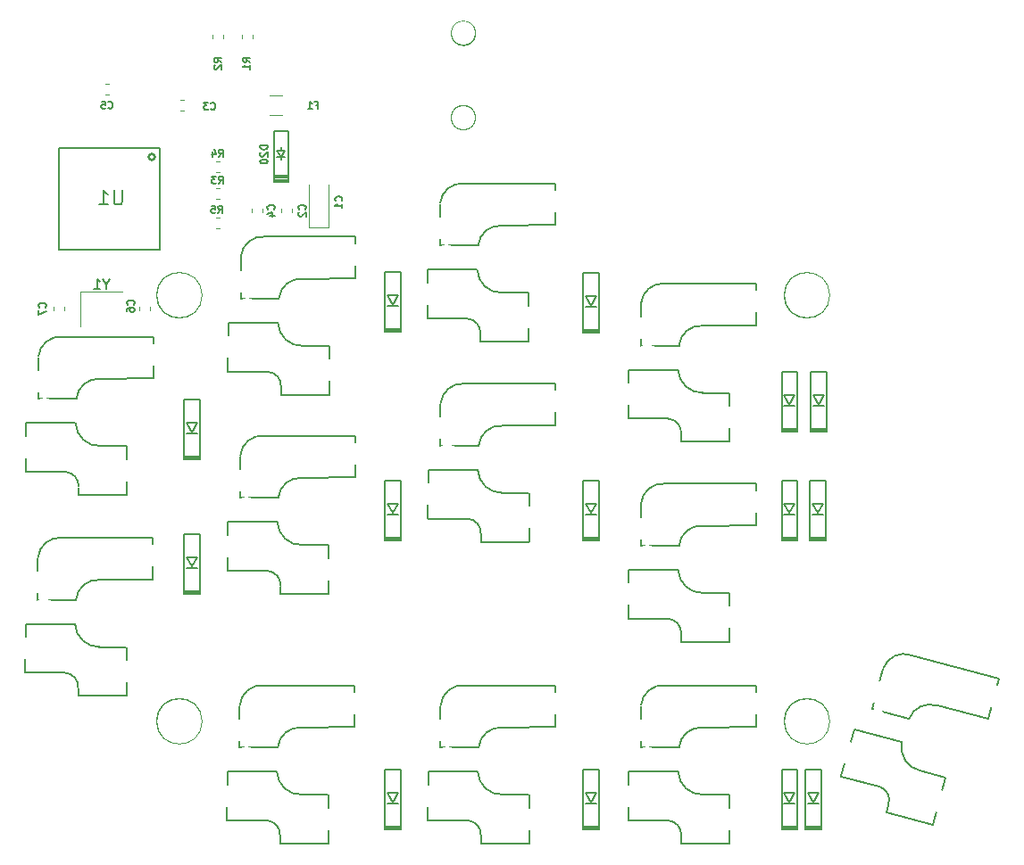
<source format=gbo>
G04 #@! TF.GenerationSoftware,KiCad,Pcbnew,(5.1.4-0-10_14)*
G04 #@! TF.CreationDate,2019-11-24T20:28:34+09:00*
G04 #@! TF.ProjectId,palette1202-OB,70616c65-7474-4653-9132-30322d4f422e,rev?*
G04 #@! TF.SameCoordinates,Original*
G04 #@! TF.FileFunction,Legend,Bot*
G04 #@! TF.FilePolarity,Positive*
%FSLAX46Y46*%
G04 Gerber Fmt 4.6, Leading zero omitted, Abs format (unit mm)*
G04 Created by KiCad (PCBNEW (5.1.4-0-10_14)) date 2019-11-24 20:28:34*
%MOMM*%
%LPD*%
G04 APERTURE LIST*
%ADD10C,0.150000*%
%ADD11C,0.400000*%
%ADD12C,0.120000*%
%ADD13C,0.203200*%
%ADD14C,0.254000*%
%ADD15C,0.200000*%
%ADD16R,1.052000X1.402000*%
%ADD17R,1.499000X1.499000*%
%ADD18C,1.499000*%
%ADD19O,1.802000X1.802000*%
%ADD20R,1.802000X1.802000*%
%ADD21C,0.702000*%
%ADD22O,1.002000X1.802000*%
%ADD23O,1.002000X2.102000*%
%ADD24O,0.902000X0.902000*%
%ADD25O,1.252000X1.902000*%
%ADD26O,1.552000X2.102000*%
%ADD27C,2.102000*%
%ADD28C,0.100000*%
%ADD29C,3.102000*%
%ADD30C,1.802000*%
%ADD31C,2.002000*%
%ADD32C,4.102000*%
%ADD33R,2.102000X2.102000*%
%ADD34R,2.002000X2.102000*%
%ADD35C,4.202000*%
%ADD36C,2.202000*%
%ADD37R,2.102000X3.302000*%
%ADD38C,1.052000*%
%ADD39R,1.502000X1.302000*%
%ADD40R,1.900000X0.900000*%
%ADD41R,0.900000X1.900000*%
%ADD42C,1.527000*%
%ADD43C,1.452000*%
%ADD44R,1.302000X1.302000*%
G04 APERTURE END LIST*
D10*
X123850000Y-74180000D02*
X122350000Y-74180000D01*
X123850000Y-74300000D02*
X122350000Y-74300000D01*
X123100000Y-71750000D02*
X123600000Y-70850000D01*
X123600000Y-70850000D02*
X122600000Y-70850000D01*
X122600000Y-70850000D02*
X123100000Y-71750000D01*
X123600000Y-71850000D02*
X122600000Y-71850000D01*
X123850000Y-68650000D02*
X123850000Y-74300000D01*
X123850000Y-74050000D02*
X122350000Y-74050000D01*
X122350000Y-74300000D02*
X122350000Y-68650000D01*
X122350000Y-68650000D02*
X123850000Y-68650000D01*
X163750000Y-121455000D02*
X162250000Y-121455000D01*
X163750000Y-121575000D02*
X162250000Y-121575000D01*
X163000000Y-119025000D02*
X163500000Y-118125000D01*
X163500000Y-118125000D02*
X162500000Y-118125000D01*
X162500000Y-118125000D02*
X163000000Y-119025000D01*
X163500000Y-119125000D02*
X162500000Y-119125000D01*
X163750000Y-115925000D02*
X163750000Y-121575000D01*
X163750000Y-121325000D02*
X162250000Y-121325000D01*
X162250000Y-121575000D02*
X162250000Y-115925000D01*
X162250000Y-115925000D02*
X163750000Y-115925000D01*
X161500000Y-93980000D02*
X160000000Y-93980000D01*
X161500000Y-94100000D02*
X160000000Y-94100000D01*
X160750000Y-91550000D02*
X161250000Y-90650000D01*
X161250000Y-90650000D02*
X160250000Y-90650000D01*
X160250000Y-90650000D02*
X160750000Y-91550000D01*
X161250000Y-91650000D02*
X160250000Y-91650000D01*
X161500000Y-88450000D02*
X161500000Y-94100000D01*
X161500000Y-93850000D02*
X160000000Y-93850000D01*
X160000000Y-94100000D02*
X160000000Y-88450000D01*
X160000000Y-88450000D02*
X161500000Y-88450000D01*
X161500000Y-83680000D02*
X160000000Y-83680000D01*
X161500000Y-83800000D02*
X160000000Y-83800000D01*
X160750000Y-81250000D02*
X161250000Y-80350000D01*
X161250000Y-80350000D02*
X160250000Y-80350000D01*
X160250000Y-80350000D02*
X160750000Y-81250000D01*
X161250000Y-81350000D02*
X160250000Y-81350000D01*
X161500000Y-78150000D02*
X161500000Y-83800000D01*
X161500000Y-83550000D02*
X160000000Y-83550000D01*
X160000000Y-83800000D02*
X160000000Y-78150000D01*
X160000000Y-78150000D02*
X161500000Y-78150000D01*
X161500000Y-121455000D02*
X160000000Y-121455000D01*
X161500000Y-121575000D02*
X160000000Y-121575000D01*
X160750000Y-119025000D02*
X161250000Y-118125000D01*
X161250000Y-118125000D02*
X160250000Y-118125000D01*
X160250000Y-118125000D02*
X160750000Y-119025000D01*
X161250000Y-119125000D02*
X160250000Y-119125000D01*
X161500000Y-115925000D02*
X161500000Y-121575000D01*
X161500000Y-121325000D02*
X160000000Y-121325000D01*
X160000000Y-121575000D02*
X160000000Y-115925000D01*
X160000000Y-115925000D02*
X161500000Y-115925000D01*
X142700000Y-93980000D02*
X141200000Y-93980000D01*
X142700000Y-94100000D02*
X141200000Y-94100000D01*
X141950000Y-91550000D02*
X142450000Y-90650000D01*
X142450000Y-90650000D02*
X141450000Y-90650000D01*
X141450000Y-90650000D02*
X141950000Y-91550000D01*
X142450000Y-91650000D02*
X141450000Y-91650000D01*
X142700000Y-88450000D02*
X142700000Y-94100000D01*
X142700000Y-93850000D02*
X141200000Y-93850000D01*
X141200000Y-94100000D02*
X141200000Y-88450000D01*
X141200000Y-88450000D02*
X142700000Y-88450000D01*
X142700000Y-74280000D02*
X141200000Y-74280000D01*
X142700000Y-74400000D02*
X141200000Y-74400000D01*
X141950000Y-71850000D02*
X142450000Y-70950000D01*
X142450000Y-70950000D02*
X141450000Y-70950000D01*
X141450000Y-70950000D02*
X141950000Y-71850000D01*
X142450000Y-71950000D02*
X141450000Y-71950000D01*
X142700000Y-68750000D02*
X142700000Y-74400000D01*
X142700000Y-74150000D02*
X141200000Y-74150000D01*
X141200000Y-74400000D02*
X141200000Y-68750000D01*
X141200000Y-68750000D02*
X142700000Y-68750000D01*
X164200000Y-93980000D02*
X162700000Y-93980000D01*
X164200000Y-94100000D02*
X162700000Y-94100000D01*
X163450000Y-91550000D02*
X163950000Y-90650000D01*
X163950000Y-90650000D02*
X162950000Y-90650000D01*
X162950000Y-90650000D02*
X163450000Y-91550000D01*
X163950000Y-91650000D02*
X162950000Y-91650000D01*
X164200000Y-88450000D02*
X164200000Y-94100000D01*
X164200000Y-93850000D02*
X162700000Y-93850000D01*
X162700000Y-94100000D02*
X162700000Y-88450000D01*
X162700000Y-88450000D02*
X164200000Y-88450000D01*
X142700000Y-121455000D02*
X141200000Y-121455000D01*
X142700000Y-121575000D02*
X141200000Y-121575000D01*
X141950000Y-119025000D02*
X142450000Y-118125000D01*
X142450000Y-118125000D02*
X141450000Y-118125000D01*
X141450000Y-118125000D02*
X141950000Y-119025000D01*
X142450000Y-119125000D02*
X141450000Y-119125000D01*
X142700000Y-115925000D02*
X142700000Y-121575000D01*
X142700000Y-121325000D02*
X141200000Y-121325000D01*
X141200000Y-121575000D02*
X141200000Y-115925000D01*
X141200000Y-115925000D02*
X142700000Y-115925000D01*
X123850000Y-93980000D02*
X122350000Y-93980000D01*
X123850000Y-94100000D02*
X122350000Y-94100000D01*
X123100000Y-91550000D02*
X123600000Y-90650000D01*
X123600000Y-90650000D02*
X122600000Y-90650000D01*
X122600000Y-90650000D02*
X123100000Y-91550000D01*
X123600000Y-91650000D02*
X122600000Y-91650000D01*
X123850000Y-88450000D02*
X123850000Y-94100000D01*
X123850000Y-93850000D02*
X122350000Y-93850000D01*
X122350000Y-94100000D02*
X122350000Y-88450000D01*
X122350000Y-88450000D02*
X123850000Y-88450000D01*
X164250000Y-83680000D02*
X162750000Y-83680000D01*
X164250000Y-83800000D02*
X162750000Y-83800000D01*
X163500000Y-81250000D02*
X164000000Y-80350000D01*
X164000000Y-80350000D02*
X163000000Y-80350000D01*
X163000000Y-80350000D02*
X163500000Y-81250000D01*
X164000000Y-81350000D02*
X163000000Y-81350000D01*
X164250000Y-78150000D02*
X164250000Y-83800000D01*
X164250000Y-83550000D02*
X162750000Y-83550000D01*
X162750000Y-83800000D02*
X162750000Y-78150000D01*
X162750000Y-78150000D02*
X164250000Y-78150000D01*
X123850000Y-121455000D02*
X122350000Y-121455000D01*
X123850000Y-121575000D02*
X122350000Y-121575000D01*
X123100000Y-119025000D02*
X123600000Y-118125000D01*
X123600000Y-118125000D02*
X122600000Y-118125000D01*
X122600000Y-118125000D02*
X123100000Y-119025000D01*
X123600000Y-119125000D02*
X122600000Y-119125000D01*
X123850000Y-115925000D02*
X123850000Y-121575000D01*
X123850000Y-121325000D02*
X122350000Y-121325000D01*
X122350000Y-121575000D02*
X122350000Y-115925000D01*
X122350000Y-115925000D02*
X123850000Y-115925000D01*
X104800000Y-99055000D02*
X103300000Y-99055000D01*
X104800000Y-99175000D02*
X103300000Y-99175000D01*
X104050000Y-96625000D02*
X104550000Y-95725000D01*
X104550000Y-95725000D02*
X103550000Y-95725000D01*
X103550000Y-95725000D02*
X104050000Y-96625000D01*
X104550000Y-96725000D02*
X103550000Y-96725000D01*
X104800000Y-93525000D02*
X104800000Y-99175000D01*
X104800000Y-98925000D02*
X103300000Y-98925000D01*
X103300000Y-99175000D02*
X103300000Y-93525000D01*
X103300000Y-93525000D02*
X104800000Y-93525000D01*
X104800000Y-86330000D02*
X103300000Y-86330000D01*
X104800000Y-86450000D02*
X103300000Y-86450000D01*
X104050000Y-83900000D02*
X104550000Y-83000000D01*
X104550000Y-83000000D02*
X103550000Y-83000000D01*
X103550000Y-83000000D02*
X104050000Y-83900000D01*
X104550000Y-84000000D02*
X103550000Y-84000000D01*
X104800000Y-80800000D02*
X104800000Y-86450000D01*
X104800000Y-86200000D02*
X103300000Y-86200000D01*
X103300000Y-86450000D02*
X103300000Y-80800000D01*
X103300000Y-80800000D02*
X104800000Y-80800000D01*
X168589754Y-110155734D02*
X172076747Y-111090071D01*
X169613125Y-106336464D02*
X168592084Y-110147041D01*
X180647449Y-107270172D02*
X172316338Y-105037858D01*
X179635984Y-111045010D02*
X180647449Y-107270172D01*
X179624078Y-111089443D02*
X174734247Y-109826839D01*
X169641868Y-106271696D02*
G75*
G02X172316338Y-105037858I1954154J-720316D01*
G01*
X172087788Y-111068183D02*
G75*
G02X174757360Y-109837173I1950291J-719281D01*
G01*
X174318695Y-121133553D02*
X169923732Y-119955927D01*
X175522203Y-116641998D02*
X173059092Y-115982010D01*
X171406865Y-113261689D02*
X166867013Y-112045239D01*
X169309875Y-117513836D02*
X165663505Y-116536795D01*
X175539881Y-116672617D02*
X174349313Y-121115876D01*
X166860543Y-112069388D02*
X165645827Y-116506176D01*
X171405224Y-113287132D02*
G75*
G03X173132831Y-115996591I2218533J-490926D01*
G01*
X170119487Y-119206040D02*
G75*
G03X169308581Y-117518666I-1249140J438234D01*
G01*
X170106546Y-119254336D02*
X169925373Y-119930484D01*
X146650000Y-113804000D02*
X150260000Y-113804000D01*
X146650000Y-109850000D02*
X146650000Y-113795000D01*
X157550000Y-107896000D02*
X148925000Y-107896000D01*
X157550000Y-111804000D02*
X157550000Y-107896000D01*
X157550000Y-111850000D02*
X152500000Y-111896000D01*
X146661000Y-109780000D02*
G75*
G02X148925000Y-107896000I2074000J-190000D01*
G01*
X150265000Y-113780000D02*
G75*
G02X152525000Y-111900000I2070000J-190000D01*
G01*
X155025000Y-122925000D02*
X150475000Y-122925000D01*
X155025000Y-118275000D02*
X152475000Y-118275000D01*
X150175000Y-116075000D02*
X145475000Y-116075000D01*
X149250000Y-120725000D02*
X145475000Y-120725000D01*
X155050000Y-118300000D02*
X155050000Y-122900000D01*
X145475000Y-116100000D02*
X145450000Y-120700000D01*
X150180000Y-116100000D02*
G75*
G03X152550000Y-118270000I2270000J100000D01*
G01*
X150470000Y-122150000D02*
G75*
G03X149250000Y-120730000I-1320000J100000D01*
G01*
X150470000Y-122200000D02*
X150470000Y-122900000D01*
X146650000Y-94654000D02*
X150260000Y-94654000D01*
X146650000Y-90700000D02*
X146650000Y-94645000D01*
X157550000Y-88746000D02*
X148925000Y-88746000D01*
X157550000Y-92654000D02*
X157550000Y-88746000D01*
X157550000Y-92700000D02*
X152500000Y-92746000D01*
X146661000Y-90630000D02*
G75*
G02X148925000Y-88746000I2074000J-190000D01*
G01*
X150265000Y-94630000D02*
G75*
G02X152525000Y-92750000I2070000J-190000D01*
G01*
X155025000Y-103775000D02*
X150475000Y-103775000D01*
X155025000Y-99125000D02*
X152475000Y-99125000D01*
X150175000Y-96925000D02*
X145475000Y-96925000D01*
X149250000Y-101575000D02*
X145475000Y-101575000D01*
X155050000Y-99150000D02*
X155050000Y-103750000D01*
X145475000Y-96950000D02*
X145450000Y-101550000D01*
X150180000Y-96950000D02*
G75*
G03X152550000Y-99120000I2270000J100000D01*
G01*
X150470000Y-103000000D02*
G75*
G03X149250000Y-101580000I-1320000J100000D01*
G01*
X150470000Y-103050000D02*
X150470000Y-103750000D01*
X146650000Y-75654000D02*
X150260000Y-75654000D01*
X146650000Y-71700000D02*
X146650000Y-75645000D01*
X157550000Y-69746000D02*
X148925000Y-69746000D01*
X157550000Y-73654000D02*
X157550000Y-69746000D01*
X157550000Y-73700000D02*
X152500000Y-73746000D01*
X146661000Y-71630000D02*
G75*
G02X148925000Y-69746000I2074000J-190000D01*
G01*
X150265000Y-75630000D02*
G75*
G02X152525000Y-73750000I2070000J-190000D01*
G01*
X155025000Y-84775000D02*
X150475000Y-84775000D01*
X155025000Y-80125000D02*
X152475000Y-80125000D01*
X150175000Y-77925000D02*
X145475000Y-77925000D01*
X149250000Y-82575000D02*
X145475000Y-82575000D01*
X155050000Y-80150000D02*
X155050000Y-84750000D01*
X145475000Y-77950000D02*
X145450000Y-82550000D01*
X150180000Y-77950000D02*
G75*
G03X152550000Y-80120000I2270000J100000D01*
G01*
X150470000Y-84000000D02*
G75*
G03X149250000Y-82580000I-1320000J100000D01*
G01*
X150470000Y-84050000D02*
X150470000Y-84750000D01*
X127650000Y-113804000D02*
X131260000Y-113804000D01*
X127650000Y-109850000D02*
X127650000Y-113795000D01*
X138550000Y-107896000D02*
X129925000Y-107896000D01*
X138550000Y-111804000D02*
X138550000Y-107896000D01*
X138550000Y-111850000D02*
X133500000Y-111896000D01*
X127661000Y-109780000D02*
G75*
G02X129925000Y-107896000I2074000J-190000D01*
G01*
X131265000Y-113780000D02*
G75*
G02X133525000Y-111900000I2070000J-190000D01*
G01*
X136025000Y-122925000D02*
X131475000Y-122925000D01*
X136025000Y-118275000D02*
X133475000Y-118275000D01*
X131175000Y-116075000D02*
X126475000Y-116075000D01*
X130250000Y-120725000D02*
X126475000Y-120725000D01*
X136050000Y-118300000D02*
X136050000Y-122900000D01*
X126475000Y-116100000D02*
X126450000Y-120700000D01*
X131180000Y-116100000D02*
G75*
G03X133550000Y-118270000I2270000J100000D01*
G01*
X131470000Y-122150000D02*
G75*
G03X130250000Y-120730000I-1320000J100000D01*
G01*
X131470000Y-122200000D02*
X131470000Y-122900000D01*
X127650000Y-85154000D02*
X131260000Y-85154000D01*
X127650000Y-81200000D02*
X127650000Y-85145000D01*
X138550000Y-79246000D02*
X129925000Y-79246000D01*
X138550000Y-83154000D02*
X138550000Y-79246000D01*
X138550000Y-83200000D02*
X133500000Y-83246000D01*
X127661000Y-81130000D02*
G75*
G02X129925000Y-79246000I2074000J-190000D01*
G01*
X131265000Y-85130000D02*
G75*
G02X133525000Y-83250000I2070000J-190000D01*
G01*
X136025000Y-94275000D02*
X131475000Y-94275000D01*
X136025000Y-89625000D02*
X133475000Y-89625000D01*
X131175000Y-87425000D02*
X126475000Y-87425000D01*
X130250000Y-92075000D02*
X126475000Y-92075000D01*
X136050000Y-89650000D02*
X136050000Y-94250000D01*
X126475000Y-87450000D02*
X126450000Y-92050000D01*
X131180000Y-87450000D02*
G75*
G03X133550000Y-89620000I2270000J100000D01*
G01*
X131470000Y-93500000D02*
G75*
G03X130250000Y-92080000I-1320000J100000D01*
G01*
X131470000Y-93550000D02*
X131470000Y-94250000D01*
X127600000Y-66154000D02*
X131210000Y-66154000D01*
X127600000Y-62200000D02*
X127600000Y-66145000D01*
X138500000Y-60246000D02*
X129875000Y-60246000D01*
X138500000Y-64154000D02*
X138500000Y-60246000D01*
X138500000Y-64200000D02*
X133450000Y-64246000D01*
X127611000Y-62130000D02*
G75*
G02X129875000Y-60246000I2074000J-190000D01*
G01*
X131215000Y-66130000D02*
G75*
G02X133475000Y-64250000I2070000J-190000D01*
G01*
X135975000Y-75275000D02*
X131425000Y-75275000D01*
X135975000Y-70625000D02*
X133425000Y-70625000D01*
X131125000Y-68425000D02*
X126425000Y-68425000D01*
X130200000Y-73075000D02*
X126425000Y-73075000D01*
X136000000Y-70650000D02*
X136000000Y-75250000D01*
X126425000Y-68450000D02*
X126400000Y-73050000D01*
X131130000Y-68450000D02*
G75*
G03X133500000Y-70620000I2270000J100000D01*
G01*
X131420000Y-74500000D02*
G75*
G03X130200000Y-73080000I-1320000J100000D01*
G01*
X131420000Y-74550000D02*
X131420000Y-75250000D01*
X108600000Y-113804000D02*
X112210000Y-113804000D01*
X108600000Y-109850000D02*
X108600000Y-113795000D01*
X119500000Y-107896000D02*
X110875000Y-107896000D01*
X119500000Y-111804000D02*
X119500000Y-107896000D01*
X119500000Y-111850000D02*
X114450000Y-111896000D01*
X108611000Y-109780000D02*
G75*
G02X110875000Y-107896000I2074000J-190000D01*
G01*
X112215000Y-113780000D02*
G75*
G02X114475000Y-111900000I2070000J-190000D01*
G01*
X116975000Y-122925000D02*
X112425000Y-122925000D01*
X116975000Y-118275000D02*
X114425000Y-118275000D01*
X112125000Y-116075000D02*
X107425000Y-116075000D01*
X111200000Y-120725000D02*
X107425000Y-120725000D01*
X117000000Y-118300000D02*
X117000000Y-122900000D01*
X107425000Y-116100000D02*
X107400000Y-120700000D01*
X112130000Y-116100000D02*
G75*
G03X114500000Y-118270000I2270000J100000D01*
G01*
X112420000Y-122150000D02*
G75*
G03X111200000Y-120730000I-1320000J100000D01*
G01*
X112420000Y-122200000D02*
X112420000Y-122900000D01*
X108650000Y-90104000D02*
X112260000Y-90104000D01*
X108650000Y-86150000D02*
X108650000Y-90095000D01*
X119550000Y-84196000D02*
X110925000Y-84196000D01*
X119550000Y-88104000D02*
X119550000Y-84196000D01*
X119550000Y-88150000D02*
X114500000Y-88196000D01*
X108661000Y-86080000D02*
G75*
G02X110925000Y-84196000I2074000J-190000D01*
G01*
X112265000Y-90080000D02*
G75*
G02X114525000Y-88200000I2070000J-190000D01*
G01*
X117025000Y-99225000D02*
X112475000Y-99225000D01*
X117025000Y-94575000D02*
X114475000Y-94575000D01*
X112175000Y-92375000D02*
X107475000Y-92375000D01*
X111250000Y-97025000D02*
X107475000Y-97025000D01*
X117050000Y-94600000D02*
X117050000Y-99200000D01*
X107475000Y-92400000D02*
X107450000Y-97000000D01*
X112180000Y-92400000D02*
G75*
G03X114550000Y-94570000I2270000J100000D01*
G01*
X112470000Y-98450000D02*
G75*
G03X111250000Y-97030000I-1320000J100000D01*
G01*
X112470000Y-98500000D02*
X112470000Y-99200000D01*
X108700000Y-71204000D02*
X112310000Y-71204000D01*
X108700000Y-67250000D02*
X108700000Y-71195000D01*
X119600000Y-65296000D02*
X110975000Y-65296000D01*
X119600000Y-69204000D02*
X119600000Y-65296000D01*
X119600000Y-69250000D02*
X114550000Y-69296000D01*
X108711000Y-67180000D02*
G75*
G02X110975000Y-65296000I2074000J-190000D01*
G01*
X112315000Y-71180000D02*
G75*
G02X114575000Y-69300000I2070000J-190000D01*
G01*
X117075000Y-80325000D02*
X112525000Y-80325000D01*
X117075000Y-75675000D02*
X114525000Y-75675000D01*
X112225000Y-73475000D02*
X107525000Y-73475000D01*
X111300000Y-78125000D02*
X107525000Y-78125000D01*
X117100000Y-75700000D02*
X117100000Y-80300000D01*
X107525000Y-73500000D02*
X107500000Y-78100000D01*
X112230000Y-73500000D02*
G75*
G03X114600000Y-75670000I2270000J100000D01*
G01*
X112520000Y-79550000D02*
G75*
G03X111300000Y-78130000I-1320000J100000D01*
G01*
X112520000Y-79600000D02*
X112520000Y-80300000D01*
X89460000Y-99784000D02*
X93070000Y-99784000D01*
X89460000Y-95830000D02*
X89460000Y-99775000D01*
X100360000Y-93876000D02*
X91735000Y-93876000D01*
X100360000Y-97784000D02*
X100360000Y-93876000D01*
X100360000Y-97830000D02*
X95310000Y-97876000D01*
X89471000Y-95760000D02*
G75*
G02X91735000Y-93876000I2074000J-190000D01*
G01*
X93075000Y-99760000D02*
G75*
G02X95335000Y-97880000I2070000J-190000D01*
G01*
X97835000Y-108905000D02*
X93285000Y-108905000D01*
X97835000Y-104255000D02*
X95285000Y-104255000D01*
X92985000Y-102055000D02*
X88285000Y-102055000D01*
X92060000Y-106705000D02*
X88285000Y-106705000D01*
X97860000Y-104280000D02*
X97860000Y-108880000D01*
X88285000Y-102080000D02*
X88260000Y-106680000D01*
X92990000Y-102080000D02*
G75*
G03X95360000Y-104250000I2270000J100000D01*
G01*
X93280000Y-108130000D02*
G75*
G03X92060000Y-106710000I-1320000J100000D01*
G01*
X93280000Y-108180000D02*
X93280000Y-108880000D01*
X89500000Y-80704000D02*
X93110000Y-80704000D01*
X89500000Y-76750000D02*
X89500000Y-80695000D01*
X100400000Y-74796000D02*
X91775000Y-74796000D01*
X100400000Y-78704000D02*
X100400000Y-74796000D01*
X100400000Y-78750000D02*
X95350000Y-78796000D01*
X89511000Y-76680000D02*
G75*
G02X91775000Y-74796000I2074000J-190000D01*
G01*
X93115000Y-80680000D02*
G75*
G02X95375000Y-78800000I2070000J-190000D01*
G01*
X97875000Y-89825000D02*
X93325000Y-89825000D01*
X97875000Y-85175000D02*
X95325000Y-85175000D01*
X93025000Y-82975000D02*
X88325000Y-82975000D01*
X92100000Y-87625000D02*
X88325000Y-87625000D01*
X97900000Y-85200000D02*
X97900000Y-89800000D01*
X88325000Y-83000000D02*
X88300000Y-87600000D01*
X93030000Y-83000000D02*
G75*
G03X95400000Y-85170000I2270000J100000D01*
G01*
X93320000Y-89050000D02*
G75*
G03X92100000Y-87630000I-1320000J100000D01*
G01*
X93320000Y-89100000D02*
X93320000Y-89800000D01*
D11*
X104870000Y-111302800D02*
G75*
G03X104870000Y-111302800I-2000000J0D01*
G01*
X130818000Y-54000000D02*
G75*
G03X130818000Y-54000000I-1000000J0D01*
G01*
X130818000Y-46000000D02*
G75*
G03X130818000Y-46000000I-1000000J0D01*
G01*
X164388800Y-111302800D02*
G75*
G03X164388800Y-111302800I-2000000J0D01*
G01*
X164388800Y-70866000D02*
G75*
G03X164388800Y-70866000I-2000000J0D01*
G01*
X104870000Y-70866000D02*
G75*
G03X104870000Y-70866000I-2000000J0D01*
G01*
D12*
X102952733Y-52322000D02*
X103295267Y-52322000D01*
X102952733Y-53342000D02*
X103295267Y-53342000D01*
X106318233Y-61724000D02*
X106660767Y-61724000D01*
X106318233Y-60704000D02*
X106660767Y-60704000D01*
X93504000Y-70486000D02*
X97504000Y-70486000D01*
X93504000Y-73786000D02*
X93504000Y-70486000D01*
X99058000Y-72307267D02*
X99058000Y-71964733D01*
X100078000Y-72307267D02*
X100078000Y-71964733D01*
D13*
X101066000Y-56922000D02*
X91466000Y-56922000D01*
X91466000Y-56922000D02*
X91466000Y-66522000D01*
X91466000Y-66522000D02*
X101066000Y-66522000D01*
X101066000Y-66522000D02*
X101066000Y-56922000D01*
D14*
X100548700Y-57722000D02*
G75*
G03X100548700Y-57722000I-282700J0D01*
G01*
D12*
X109806200Y-46132933D02*
X109806200Y-46475467D01*
X108786200Y-46132933D02*
X108786200Y-46475467D01*
X90930000Y-72307267D02*
X90930000Y-71964733D01*
X91950000Y-72307267D02*
X91950000Y-71964733D01*
X111411936Y-51922000D02*
X112616064Y-51922000D01*
X111411936Y-53742000D02*
X112616064Y-53742000D01*
X110746000Y-62658233D02*
X110746000Y-63000767D01*
X109726000Y-62658233D02*
X109726000Y-63000767D01*
X113570000Y-62658233D02*
X113570000Y-63000767D01*
X112550000Y-62658233D02*
X112550000Y-63000767D01*
X115143000Y-64461000D02*
X115143000Y-60376000D01*
X117013000Y-64461000D02*
X115143000Y-64461000D01*
X117013000Y-60376000D02*
X117013000Y-64461000D01*
X96183267Y-51818000D02*
X95840733Y-51818000D01*
X96183267Y-50798000D02*
X95840733Y-50798000D01*
X106318233Y-59140000D02*
X106660767Y-59140000D01*
X106318233Y-58120000D02*
X106660767Y-58120000D01*
X107063000Y-46132933D02*
X107063000Y-46475467D01*
X106043000Y-46132933D02*
X106043000Y-46475467D01*
X106660767Y-64518000D02*
X106318233Y-64518000D01*
X106660767Y-63498000D02*
X106318233Y-63498000D01*
D15*
X112522000Y-57104000D02*
X112522000Y-56804000D01*
X112522000Y-57704000D02*
X112522000Y-58004000D01*
X112872000Y-57704000D02*
X112122000Y-57704000D01*
X112122000Y-57104000D02*
X112522000Y-57704000D01*
X112872000Y-57104000D02*
X112122000Y-57104000D01*
X112522000Y-57704000D02*
X112872000Y-57104000D01*
X113222000Y-60104000D02*
X111822000Y-60104000D01*
X113222000Y-59904000D02*
X111822000Y-59904000D01*
X113222000Y-59704000D02*
X111822000Y-59704000D01*
X113222000Y-59504000D02*
X111822000Y-59504000D01*
X111822000Y-60104000D02*
X111822000Y-55304000D01*
X113222000Y-55304000D02*
X111822000Y-55304000D01*
X113222000Y-60104000D02*
X113222000Y-55304000D01*
D10*
X105865666Y-53182000D02*
X105899000Y-53215333D01*
X105999000Y-53248666D01*
X106065666Y-53248666D01*
X106165666Y-53215333D01*
X106232333Y-53148666D01*
X106265666Y-53082000D01*
X106299000Y-52948666D01*
X106299000Y-52848666D01*
X106265666Y-52715333D01*
X106232333Y-52648666D01*
X106165666Y-52582000D01*
X106065666Y-52548666D01*
X105999000Y-52548666D01*
X105899000Y-52582000D01*
X105865666Y-52615333D01*
X105632333Y-52548666D02*
X105199000Y-52548666D01*
X105432333Y-52815333D01*
X105332333Y-52815333D01*
X105265666Y-52848666D01*
X105232333Y-52882000D01*
X105199000Y-52948666D01*
X105199000Y-53115333D01*
X105232333Y-53182000D01*
X105265666Y-53215333D01*
X105332333Y-53248666D01*
X105532333Y-53248666D01*
X105599000Y-53215333D01*
X105632333Y-53182000D01*
X106601166Y-60260666D02*
X106834500Y-59927333D01*
X107001166Y-60260666D02*
X107001166Y-59560666D01*
X106734500Y-59560666D01*
X106667833Y-59594000D01*
X106634500Y-59627333D01*
X106601166Y-59694000D01*
X106601166Y-59794000D01*
X106634500Y-59860666D01*
X106667833Y-59894000D01*
X106734500Y-59927333D01*
X107001166Y-59927333D01*
X106367833Y-59560666D02*
X105934500Y-59560666D01*
X106167833Y-59827333D01*
X106067833Y-59827333D01*
X106001166Y-59860666D01*
X105967833Y-59894000D01*
X105934500Y-59960666D01*
X105934500Y-60127333D01*
X105967833Y-60194000D01*
X106001166Y-60227333D01*
X106067833Y-60260666D01*
X106267833Y-60260666D01*
X106334500Y-60227333D01*
X106367833Y-60194000D01*
X95980190Y-69826190D02*
X95980190Y-70302380D01*
X96313523Y-69302380D02*
X95980190Y-69826190D01*
X95646857Y-69302380D01*
X94789714Y-70302380D02*
X95361142Y-70302380D01*
X95075428Y-70302380D02*
X95075428Y-69302380D01*
X95170666Y-69445238D01*
X95265904Y-69540476D01*
X95361142Y-69588095D01*
X98548000Y-71765333D02*
X98581333Y-71732000D01*
X98614666Y-71632000D01*
X98614666Y-71565333D01*
X98581333Y-71465333D01*
X98514666Y-71398666D01*
X98448000Y-71365333D01*
X98314666Y-71332000D01*
X98214666Y-71332000D01*
X98081333Y-71365333D01*
X98014666Y-71398666D01*
X97948000Y-71465333D01*
X97914666Y-71565333D01*
X97914666Y-71632000D01*
X97948000Y-71732000D01*
X97981333Y-71765333D01*
X97914666Y-72365333D02*
X97914666Y-72232000D01*
X97948000Y-72165333D01*
X97981333Y-72132000D01*
X98081333Y-72065333D01*
X98214666Y-72032000D01*
X98481333Y-72032000D01*
X98548000Y-72065333D01*
X98581333Y-72098666D01*
X98614666Y-72165333D01*
X98614666Y-72298666D01*
X98581333Y-72365333D01*
X98548000Y-72398666D01*
X98481333Y-72432000D01*
X98314666Y-72432000D01*
X98248000Y-72398666D01*
X98214666Y-72365333D01*
X98181333Y-72298666D01*
X98181333Y-72165333D01*
X98214666Y-72098666D01*
X98248000Y-72065333D01*
X98314666Y-72032000D01*
D15*
X97482666Y-60855333D02*
X97482666Y-61988666D01*
X97416000Y-62122000D01*
X97349333Y-62188666D01*
X97216000Y-62255333D01*
X96949333Y-62255333D01*
X96816000Y-62188666D01*
X96749333Y-62122000D01*
X96682666Y-61988666D01*
X96682666Y-60855333D01*
X95282666Y-62255333D02*
X96082666Y-62255333D01*
X95682666Y-62255333D02*
X95682666Y-60855333D01*
X95816000Y-61055333D01*
X95949333Y-61188666D01*
X96082666Y-61255333D01*
D10*
X109612866Y-48727533D02*
X109279533Y-48494200D01*
X109612866Y-48327533D02*
X108912866Y-48327533D01*
X108912866Y-48594200D01*
X108946200Y-48660866D01*
X108979533Y-48694200D01*
X109046200Y-48727533D01*
X109146200Y-48727533D01*
X109212866Y-48694200D01*
X109246200Y-48660866D01*
X109279533Y-48594200D01*
X109279533Y-48327533D01*
X109612866Y-49394200D02*
X109612866Y-48994200D01*
X109612866Y-49194200D02*
X108912866Y-49194200D01*
X109012866Y-49127533D01*
X109079533Y-49060866D01*
X109112866Y-48994200D01*
X90166000Y-72019333D02*
X90199333Y-71986000D01*
X90232666Y-71886000D01*
X90232666Y-71819333D01*
X90199333Y-71719333D01*
X90132666Y-71652666D01*
X90066000Y-71619333D01*
X89932666Y-71586000D01*
X89832666Y-71586000D01*
X89699333Y-71619333D01*
X89632666Y-71652666D01*
X89566000Y-71719333D01*
X89532666Y-71819333D01*
X89532666Y-71886000D01*
X89566000Y-71986000D01*
X89599333Y-72019333D01*
X89532666Y-72252666D02*
X89532666Y-72719333D01*
X90232666Y-72419333D01*
X115803333Y-52782000D02*
X116036666Y-52782000D01*
X116036666Y-53148666D02*
X116036666Y-52448666D01*
X115703333Y-52448666D01*
X115070000Y-53148666D02*
X115470000Y-53148666D01*
X115270000Y-53148666D02*
X115270000Y-52448666D01*
X115336666Y-52548666D01*
X115403333Y-52615333D01*
X115470000Y-52648666D01*
X111858000Y-62712833D02*
X111891333Y-62679500D01*
X111924666Y-62579500D01*
X111924666Y-62512833D01*
X111891333Y-62412833D01*
X111824666Y-62346166D01*
X111758000Y-62312833D01*
X111624666Y-62279500D01*
X111524666Y-62279500D01*
X111391333Y-62312833D01*
X111324666Y-62346166D01*
X111258000Y-62412833D01*
X111224666Y-62512833D01*
X111224666Y-62579500D01*
X111258000Y-62679500D01*
X111291333Y-62712833D01*
X111458000Y-63312833D02*
X111924666Y-63312833D01*
X111191333Y-63146166D02*
X111691333Y-62979500D01*
X111691333Y-63412833D01*
X114804000Y-62712833D02*
X114837333Y-62679500D01*
X114870666Y-62579500D01*
X114870666Y-62512833D01*
X114837333Y-62412833D01*
X114770666Y-62346166D01*
X114704000Y-62312833D01*
X114570666Y-62279500D01*
X114470666Y-62279500D01*
X114337333Y-62312833D01*
X114270666Y-62346166D01*
X114204000Y-62412833D01*
X114170666Y-62512833D01*
X114170666Y-62579500D01*
X114204000Y-62679500D01*
X114237333Y-62712833D01*
X114237333Y-62979500D02*
X114204000Y-63012833D01*
X114170666Y-63079500D01*
X114170666Y-63246166D01*
X114204000Y-63312833D01*
X114237333Y-63346166D01*
X114304000Y-63379500D01*
X114370666Y-63379500D01*
X114470666Y-63346166D01*
X114870666Y-62946166D01*
X114870666Y-63379500D01*
X118268500Y-61913833D02*
X118301833Y-61880500D01*
X118335166Y-61780500D01*
X118335166Y-61713833D01*
X118301833Y-61613833D01*
X118235166Y-61547166D01*
X118168500Y-61513833D01*
X118035166Y-61480500D01*
X117935166Y-61480500D01*
X117801833Y-61513833D01*
X117735166Y-61547166D01*
X117668500Y-61613833D01*
X117635166Y-61713833D01*
X117635166Y-61780500D01*
X117668500Y-61880500D01*
X117701833Y-61913833D01*
X118335166Y-62580500D02*
X118335166Y-62180500D01*
X118335166Y-62380500D02*
X117635166Y-62380500D01*
X117735166Y-62313833D01*
X117801833Y-62247166D01*
X117835166Y-62180500D01*
X96128666Y-53082000D02*
X96162000Y-53115333D01*
X96262000Y-53148666D01*
X96328666Y-53148666D01*
X96428666Y-53115333D01*
X96495333Y-53048666D01*
X96528666Y-52982000D01*
X96562000Y-52848666D01*
X96562000Y-52748666D01*
X96528666Y-52615333D01*
X96495333Y-52548666D01*
X96428666Y-52482000D01*
X96328666Y-52448666D01*
X96262000Y-52448666D01*
X96162000Y-52482000D01*
X96128666Y-52515333D01*
X95495333Y-52448666D02*
X95828666Y-52448666D01*
X95862000Y-52782000D01*
X95828666Y-52748666D01*
X95762000Y-52715333D01*
X95595333Y-52715333D01*
X95528666Y-52748666D01*
X95495333Y-52782000D01*
X95462000Y-52848666D01*
X95462000Y-53015333D01*
X95495333Y-53082000D01*
X95528666Y-53115333D01*
X95595333Y-53148666D01*
X95762000Y-53148666D01*
X95828666Y-53115333D01*
X95862000Y-53082000D01*
X106606166Y-57720666D02*
X106839500Y-57387333D01*
X107006166Y-57720666D02*
X107006166Y-57020666D01*
X106739500Y-57020666D01*
X106672833Y-57054000D01*
X106639500Y-57087333D01*
X106606166Y-57154000D01*
X106606166Y-57254000D01*
X106639500Y-57320666D01*
X106672833Y-57354000D01*
X106739500Y-57387333D01*
X107006166Y-57387333D01*
X106006166Y-57254000D02*
X106006166Y-57720666D01*
X106172833Y-56987333D02*
X106339500Y-57487333D01*
X105906166Y-57487333D01*
X106869666Y-48727533D02*
X106536333Y-48494200D01*
X106869666Y-48327533D02*
X106169666Y-48327533D01*
X106169666Y-48594200D01*
X106203000Y-48660866D01*
X106236333Y-48694200D01*
X106303000Y-48727533D01*
X106403000Y-48727533D01*
X106469666Y-48694200D01*
X106503000Y-48660866D01*
X106536333Y-48594200D01*
X106536333Y-48327533D01*
X106236333Y-48994200D02*
X106203000Y-49027533D01*
X106169666Y-49094200D01*
X106169666Y-49260866D01*
X106203000Y-49327533D01*
X106236333Y-49360866D01*
X106303000Y-49394200D01*
X106369666Y-49394200D01*
X106469666Y-49360866D01*
X106869666Y-48960866D01*
X106869666Y-49394200D01*
X106542666Y-63054666D02*
X106776000Y-62721333D01*
X106942666Y-63054666D02*
X106942666Y-62354666D01*
X106676000Y-62354666D01*
X106609333Y-62388000D01*
X106576000Y-62421333D01*
X106542666Y-62488000D01*
X106542666Y-62588000D01*
X106576000Y-62654666D01*
X106609333Y-62688000D01*
X106676000Y-62721333D01*
X106942666Y-62721333D01*
X105909333Y-62354666D02*
X106242666Y-62354666D01*
X106276000Y-62688000D01*
X106242666Y-62654666D01*
X106176000Y-62621333D01*
X106009333Y-62621333D01*
X105942666Y-62654666D01*
X105909333Y-62688000D01*
X105876000Y-62754666D01*
X105876000Y-62921333D01*
X105909333Y-62988000D01*
X105942666Y-63021333D01*
X106009333Y-63054666D01*
X106176000Y-63054666D01*
X106242666Y-63021333D01*
X106276000Y-62988000D01*
X111245666Y-56629000D02*
X110545666Y-56629000D01*
X110545666Y-56795666D01*
X110579000Y-56895666D01*
X110645666Y-56962333D01*
X110712333Y-56995666D01*
X110845666Y-57029000D01*
X110945666Y-57029000D01*
X111079000Y-56995666D01*
X111145666Y-56962333D01*
X111212333Y-56895666D01*
X111245666Y-56795666D01*
X111245666Y-56629000D01*
X110612333Y-57295666D02*
X110579000Y-57329000D01*
X110545666Y-57395666D01*
X110545666Y-57562333D01*
X110579000Y-57629000D01*
X110612333Y-57662333D01*
X110679000Y-57695666D01*
X110745666Y-57695666D01*
X110845666Y-57662333D01*
X111245666Y-57262333D01*
X111245666Y-57695666D01*
X110545666Y-58129000D02*
X110545666Y-58195666D01*
X110579000Y-58262333D01*
X110612333Y-58295666D01*
X110679000Y-58329000D01*
X110812333Y-58362333D01*
X110979000Y-58362333D01*
X111112333Y-58329000D01*
X111179000Y-58295666D01*
X111212333Y-58262333D01*
X111245666Y-58195666D01*
X111245666Y-58129000D01*
X111212333Y-58062333D01*
X111179000Y-58029000D01*
X111112333Y-57995666D01*
X110979000Y-57962333D01*
X110812333Y-57962333D01*
X110679000Y-57995666D01*
X110612333Y-58029000D01*
X110579000Y-58062333D01*
X110545666Y-58129000D01*
%LPC*%
D16*
X123100000Y-73125000D03*
D17*
X123100000Y-75160000D03*
D18*
X123100000Y-67540000D03*
D16*
X123100000Y-69575000D03*
X163000000Y-120400000D03*
D17*
X163000000Y-122435000D03*
D18*
X163000000Y-114815000D03*
D16*
X163000000Y-116850000D03*
X160750000Y-92925000D03*
D17*
X160750000Y-94960000D03*
D18*
X160750000Y-87340000D03*
D16*
X160750000Y-89375000D03*
X160750000Y-82625000D03*
D17*
X160750000Y-84660000D03*
D18*
X160750000Y-77040000D03*
D16*
X160750000Y-79075000D03*
X160750000Y-120400000D03*
D17*
X160750000Y-122435000D03*
D18*
X160750000Y-114815000D03*
D16*
X160750000Y-116850000D03*
X141950000Y-92925000D03*
D17*
X141950000Y-94960000D03*
D18*
X141950000Y-87340000D03*
D16*
X141950000Y-89375000D03*
X141950000Y-73225000D03*
D17*
X141950000Y-75260000D03*
D18*
X141950000Y-67640000D03*
D16*
X141950000Y-69675000D03*
X163450000Y-92925000D03*
D17*
X163450000Y-94960000D03*
D18*
X163450000Y-87340000D03*
D16*
X163450000Y-89375000D03*
X141950000Y-120400000D03*
D17*
X141950000Y-122435000D03*
D18*
X141950000Y-114815000D03*
D16*
X141950000Y-116850000D03*
X123100000Y-92925000D03*
D17*
X123100000Y-94960000D03*
D18*
X123100000Y-87340000D03*
D16*
X123100000Y-89375000D03*
X163500000Y-82625000D03*
D17*
X163500000Y-84660000D03*
D18*
X163500000Y-77040000D03*
D16*
X163500000Y-79075000D03*
X123100000Y-120400000D03*
D17*
X123100000Y-122435000D03*
D18*
X123100000Y-114815000D03*
D16*
X123100000Y-116850000D03*
X104050000Y-98000000D03*
D17*
X104050000Y-100035000D03*
D18*
X104050000Y-92415000D03*
D16*
X104050000Y-94450000D03*
X104050000Y-85275000D03*
D17*
X104050000Y-87310000D03*
D18*
X104050000Y-79690000D03*
D16*
X104050000Y-81725000D03*
D19*
X125857000Y-46088300D03*
X125857000Y-48628300D03*
X125857000Y-51168300D03*
D20*
X125857000Y-53708300D03*
D21*
X110840000Y-49202000D03*
X105060000Y-49202000D03*
D22*
X103630000Y-45512000D03*
X112270000Y-45512000D03*
D23*
X103630000Y-49682000D03*
X112270000Y-49682000D03*
D24*
X93512000Y-48044000D03*
X98512000Y-48044000D03*
D25*
X92137000Y-45294000D03*
X99887000Y-45294000D03*
D26*
X92287000Y-49094000D03*
X99737000Y-49094000D03*
D27*
X180973985Y-109142483D03*
D28*
G36*
X182261192Y-108399314D02*
G01*
X181717154Y-110429690D01*
X179686778Y-109885652D01*
X180230816Y-107855276D01*
X182261192Y-108399314D01*
X182261192Y-108399314D01*
G37*
D29*
X171227223Y-109160448D03*
D30*
X169343097Y-111285199D03*
X179156903Y-113914801D03*
D31*
X179562592Y-114023505D03*
X168937408Y-111176495D03*
D32*
X174250000Y-112600000D03*
D29*
X178018252Y-108350497D03*
D27*
X168242512Y-108360697D03*
D28*
G36*
X169529719Y-107617528D02*
G01*
X168985681Y-109647904D01*
X166955305Y-109103866D01*
X167499343Y-107073490D01*
X169529719Y-107617528D01*
X169529719Y-107617528D01*
G37*
D29*
X172722968Y-118298962D03*
X168462740Y-114879830D03*
D31*
X175427560Y-119023656D03*
D28*
G36*
X176666471Y-118267546D02*
G01*
X176122433Y-120297922D01*
X174188649Y-119779766D01*
X174732687Y-117749390D01*
X176666471Y-118267546D01*
X176666471Y-118267546D01*
G37*
D27*
X165468370Y-114077491D03*
D28*
G36*
X166755577Y-113334322D02*
G01*
X166211539Y-115364698D01*
X164181163Y-114820660D01*
X164725201Y-112790284D01*
X166755577Y-113334322D01*
X166755577Y-113334322D01*
G37*
D33*
X158350000Y-109620000D03*
D29*
X148940000Y-112160000D03*
D30*
X147670000Y-114700000D03*
X157830000Y-114700000D03*
D31*
X158250000Y-114700000D03*
X147250000Y-114700000D03*
D32*
X152750000Y-114700000D03*
D29*
X155290000Y-109620000D03*
D33*
X145850000Y-112160000D03*
D29*
X152750000Y-120600000D03*
X147750000Y-118400000D03*
D34*
X155550000Y-120600000D03*
D33*
X144650000Y-118400000D03*
X158350000Y-90470000D03*
D29*
X148940000Y-93010000D03*
D30*
X147670000Y-95550000D03*
X157830000Y-95550000D03*
D31*
X158250000Y-95550000D03*
X147250000Y-95550000D03*
D32*
X152750000Y-95550000D03*
D29*
X155290000Y-90470000D03*
D33*
X145850000Y-93010000D03*
D29*
X152750000Y-101450000D03*
X147750000Y-99250000D03*
D34*
X155550000Y-101450000D03*
D33*
X144650000Y-99250000D03*
X158350000Y-71470000D03*
D29*
X148940000Y-74010000D03*
D30*
X147670000Y-76550000D03*
X157830000Y-76550000D03*
D31*
X158250000Y-76550000D03*
X147250000Y-76550000D03*
D32*
X152750000Y-76550000D03*
D29*
X155290000Y-71470000D03*
D33*
X145850000Y-74010000D03*
D29*
X152750000Y-82450000D03*
X147750000Y-80250000D03*
D34*
X155550000Y-82450000D03*
D33*
X144650000Y-80250000D03*
X139350000Y-109620000D03*
D29*
X129940000Y-112160000D03*
D30*
X128670000Y-114700000D03*
X138830000Y-114700000D03*
D31*
X139250000Y-114700000D03*
X128250000Y-114700000D03*
D32*
X133750000Y-114700000D03*
D29*
X136290000Y-109620000D03*
D33*
X126850000Y-112160000D03*
D29*
X133750000Y-120600000D03*
X128750000Y-118400000D03*
D34*
X136550000Y-120600000D03*
D33*
X125650000Y-118400000D03*
X139350000Y-80970000D03*
D29*
X129940000Y-83510000D03*
D30*
X128670000Y-86050000D03*
X138830000Y-86050000D03*
D31*
X139250000Y-86050000D03*
X128250000Y-86050000D03*
D32*
X133750000Y-86050000D03*
D29*
X136290000Y-80970000D03*
D33*
X126850000Y-83510000D03*
D29*
X133750000Y-91950000D03*
X128750000Y-89750000D03*
D34*
X136550000Y-91950000D03*
D33*
X125650000Y-89750000D03*
X139300000Y-61970000D03*
D29*
X129890000Y-64510000D03*
D30*
X128620000Y-67050000D03*
X138780000Y-67050000D03*
D31*
X139200000Y-67050000D03*
X128200000Y-67050000D03*
D32*
X133700000Y-67050000D03*
D29*
X136240000Y-61970000D03*
D33*
X126800000Y-64510000D03*
D29*
X133700000Y-72950000D03*
X128700000Y-70750000D03*
D34*
X136500000Y-72950000D03*
D33*
X125600000Y-70750000D03*
X120300000Y-109620000D03*
D29*
X110890000Y-112160000D03*
D30*
X109620000Y-114700000D03*
X119780000Y-114700000D03*
D31*
X120200000Y-114700000D03*
X109200000Y-114700000D03*
D32*
X114700000Y-114700000D03*
D29*
X117240000Y-109620000D03*
D33*
X107800000Y-112160000D03*
D29*
X114700000Y-120600000D03*
X109700000Y-118400000D03*
D34*
X117500000Y-120600000D03*
D33*
X106600000Y-118400000D03*
X120350000Y-85920000D03*
D29*
X110940000Y-88460000D03*
D30*
X109670000Y-91000000D03*
X119830000Y-91000000D03*
D31*
X120250000Y-91000000D03*
X109250000Y-91000000D03*
D32*
X114750000Y-91000000D03*
D29*
X117290000Y-85920000D03*
D33*
X107850000Y-88460000D03*
D29*
X114750000Y-96900000D03*
X109750000Y-94700000D03*
D34*
X117550000Y-96900000D03*
D33*
X106650000Y-94700000D03*
X120400000Y-67020000D03*
D29*
X110990000Y-69560000D03*
D30*
X109720000Y-72100000D03*
X119880000Y-72100000D03*
D31*
X120300000Y-72100000D03*
X109300000Y-72100000D03*
D32*
X114800000Y-72100000D03*
D29*
X117340000Y-67020000D03*
D33*
X107900000Y-69560000D03*
D29*
X114800000Y-78000000D03*
X109800000Y-75800000D03*
D34*
X117600000Y-78000000D03*
D33*
X106700000Y-75800000D03*
X101160000Y-95600000D03*
D29*
X91750000Y-98140000D03*
D30*
X90480000Y-100680000D03*
X100640000Y-100680000D03*
D31*
X101060000Y-100680000D03*
X90060000Y-100680000D03*
D32*
X95560000Y-100680000D03*
D29*
X98100000Y-95600000D03*
D33*
X88660000Y-98140000D03*
D29*
X95560000Y-106580000D03*
X90560000Y-104380000D03*
D34*
X98360000Y-106580000D03*
D33*
X87460000Y-104380000D03*
X101200000Y-76520000D03*
D29*
X91790000Y-79060000D03*
D30*
X90520000Y-81600000D03*
X100680000Y-81600000D03*
D31*
X101100000Y-81600000D03*
X90100000Y-81600000D03*
D32*
X95600000Y-81600000D03*
D29*
X98140000Y-76520000D03*
D33*
X88700000Y-79060000D03*
D29*
X95600000Y-87500000D03*
X90600000Y-85300000D03*
D34*
X98400000Y-87500000D03*
D33*
X87500000Y-85300000D03*
D35*
X102870000Y-111302800D03*
D36*
X129818000Y-54000000D03*
X129818000Y-46000000D03*
D35*
X162388800Y-111302800D03*
X162388800Y-70866000D03*
X102870000Y-70866000D03*
D27*
X88646000Y-53288000D03*
X88646000Y-46788000D03*
D33*
X176900000Y-59100000D03*
D27*
X174400000Y-59100000D03*
X171900000Y-59100000D03*
D37*
X180000000Y-66600000D03*
X168800000Y-66600000D03*
D27*
X176900000Y-73600000D03*
X171900000Y-73600000D03*
D28*
G36*
X104337779Y-52307266D02*
G01*
X104363309Y-52311053D01*
X104388345Y-52317325D01*
X104412646Y-52326020D01*
X104435977Y-52337055D01*
X104458115Y-52350323D01*
X104478845Y-52365698D01*
X104497969Y-52383031D01*
X104515302Y-52402155D01*
X104530677Y-52422885D01*
X104543945Y-52445023D01*
X104554980Y-52468354D01*
X104563675Y-52492655D01*
X104569947Y-52517691D01*
X104573734Y-52543221D01*
X104575000Y-52569000D01*
X104575000Y-53095000D01*
X104573734Y-53120779D01*
X104569947Y-53146309D01*
X104563675Y-53171345D01*
X104554980Y-53195646D01*
X104543945Y-53218977D01*
X104530677Y-53241115D01*
X104515302Y-53261845D01*
X104497969Y-53280969D01*
X104478845Y-53298302D01*
X104458115Y-53313677D01*
X104435977Y-53326945D01*
X104412646Y-53337980D01*
X104388345Y-53346675D01*
X104363309Y-53352947D01*
X104337779Y-53356734D01*
X104312000Y-53358000D01*
X103686000Y-53358000D01*
X103660221Y-53356734D01*
X103634691Y-53352947D01*
X103609655Y-53346675D01*
X103585354Y-53337980D01*
X103562023Y-53326945D01*
X103539885Y-53313677D01*
X103519155Y-53298302D01*
X103500031Y-53280969D01*
X103482698Y-53261845D01*
X103467323Y-53241115D01*
X103454055Y-53218977D01*
X103443020Y-53195646D01*
X103434325Y-53171345D01*
X103428053Y-53146309D01*
X103424266Y-53120779D01*
X103423000Y-53095000D01*
X103423000Y-52569000D01*
X103424266Y-52543221D01*
X103428053Y-52517691D01*
X103434325Y-52492655D01*
X103443020Y-52468354D01*
X103454055Y-52445023D01*
X103467323Y-52422885D01*
X103482698Y-52402155D01*
X103500031Y-52383031D01*
X103519155Y-52365698D01*
X103539885Y-52350323D01*
X103562023Y-52337055D01*
X103585354Y-52326020D01*
X103609655Y-52317325D01*
X103634691Y-52311053D01*
X103660221Y-52307266D01*
X103686000Y-52306000D01*
X104312000Y-52306000D01*
X104337779Y-52307266D01*
X104337779Y-52307266D01*
G37*
D38*
X103999000Y-52832000D03*
D28*
G36*
X102587779Y-52307266D02*
G01*
X102613309Y-52311053D01*
X102638345Y-52317325D01*
X102662646Y-52326020D01*
X102685977Y-52337055D01*
X102708115Y-52350323D01*
X102728845Y-52365698D01*
X102747969Y-52383031D01*
X102765302Y-52402155D01*
X102780677Y-52422885D01*
X102793945Y-52445023D01*
X102804980Y-52468354D01*
X102813675Y-52492655D01*
X102819947Y-52517691D01*
X102823734Y-52543221D01*
X102825000Y-52569000D01*
X102825000Y-53095000D01*
X102823734Y-53120779D01*
X102819947Y-53146309D01*
X102813675Y-53171345D01*
X102804980Y-53195646D01*
X102793945Y-53218977D01*
X102780677Y-53241115D01*
X102765302Y-53261845D01*
X102747969Y-53280969D01*
X102728845Y-53298302D01*
X102708115Y-53313677D01*
X102685977Y-53326945D01*
X102662646Y-53337980D01*
X102638345Y-53346675D01*
X102613309Y-53352947D01*
X102587779Y-53356734D01*
X102562000Y-53358000D01*
X101936000Y-53358000D01*
X101910221Y-53356734D01*
X101884691Y-53352947D01*
X101859655Y-53346675D01*
X101835354Y-53337980D01*
X101812023Y-53326945D01*
X101789885Y-53313677D01*
X101769155Y-53298302D01*
X101750031Y-53280969D01*
X101732698Y-53261845D01*
X101717323Y-53241115D01*
X101704055Y-53218977D01*
X101693020Y-53195646D01*
X101684325Y-53171345D01*
X101678053Y-53146309D01*
X101674266Y-53120779D01*
X101673000Y-53095000D01*
X101673000Y-52569000D01*
X101674266Y-52543221D01*
X101678053Y-52517691D01*
X101684325Y-52492655D01*
X101693020Y-52468354D01*
X101704055Y-52445023D01*
X101717323Y-52422885D01*
X101732698Y-52402155D01*
X101750031Y-52383031D01*
X101769155Y-52365698D01*
X101789885Y-52350323D01*
X101812023Y-52337055D01*
X101835354Y-52326020D01*
X101859655Y-52317325D01*
X101884691Y-52311053D01*
X101910221Y-52307266D01*
X101936000Y-52306000D01*
X102562000Y-52306000D01*
X102587779Y-52307266D01*
X102587779Y-52307266D01*
G37*
D38*
X102249000Y-52832000D03*
D28*
G36*
X105953279Y-60689266D02*
G01*
X105978809Y-60693053D01*
X106003845Y-60699325D01*
X106028146Y-60708020D01*
X106051477Y-60719055D01*
X106073615Y-60732323D01*
X106094345Y-60747698D01*
X106113469Y-60765031D01*
X106130802Y-60784155D01*
X106146177Y-60804885D01*
X106159445Y-60827023D01*
X106170480Y-60850354D01*
X106179175Y-60874655D01*
X106185447Y-60899691D01*
X106189234Y-60925221D01*
X106190500Y-60951000D01*
X106190500Y-61477000D01*
X106189234Y-61502779D01*
X106185447Y-61528309D01*
X106179175Y-61553345D01*
X106170480Y-61577646D01*
X106159445Y-61600977D01*
X106146177Y-61623115D01*
X106130802Y-61643845D01*
X106113469Y-61662969D01*
X106094345Y-61680302D01*
X106073615Y-61695677D01*
X106051477Y-61708945D01*
X106028146Y-61719980D01*
X106003845Y-61728675D01*
X105978809Y-61734947D01*
X105953279Y-61738734D01*
X105927500Y-61740000D01*
X105301500Y-61740000D01*
X105275721Y-61738734D01*
X105250191Y-61734947D01*
X105225155Y-61728675D01*
X105200854Y-61719980D01*
X105177523Y-61708945D01*
X105155385Y-61695677D01*
X105134655Y-61680302D01*
X105115531Y-61662969D01*
X105098198Y-61643845D01*
X105082823Y-61623115D01*
X105069555Y-61600977D01*
X105058520Y-61577646D01*
X105049825Y-61553345D01*
X105043553Y-61528309D01*
X105039766Y-61502779D01*
X105038500Y-61477000D01*
X105038500Y-60951000D01*
X105039766Y-60925221D01*
X105043553Y-60899691D01*
X105049825Y-60874655D01*
X105058520Y-60850354D01*
X105069555Y-60827023D01*
X105082823Y-60804885D01*
X105098198Y-60784155D01*
X105115531Y-60765031D01*
X105134655Y-60747698D01*
X105155385Y-60732323D01*
X105177523Y-60719055D01*
X105200854Y-60708020D01*
X105225155Y-60699325D01*
X105250191Y-60693053D01*
X105275721Y-60689266D01*
X105301500Y-60688000D01*
X105927500Y-60688000D01*
X105953279Y-60689266D01*
X105953279Y-60689266D01*
G37*
D38*
X105614500Y-61214000D03*
D28*
G36*
X107703279Y-60689266D02*
G01*
X107728809Y-60693053D01*
X107753845Y-60699325D01*
X107778146Y-60708020D01*
X107801477Y-60719055D01*
X107823615Y-60732323D01*
X107844345Y-60747698D01*
X107863469Y-60765031D01*
X107880802Y-60784155D01*
X107896177Y-60804885D01*
X107909445Y-60827023D01*
X107920480Y-60850354D01*
X107929175Y-60874655D01*
X107935447Y-60899691D01*
X107939234Y-60925221D01*
X107940500Y-60951000D01*
X107940500Y-61477000D01*
X107939234Y-61502779D01*
X107935447Y-61528309D01*
X107929175Y-61553345D01*
X107920480Y-61577646D01*
X107909445Y-61600977D01*
X107896177Y-61623115D01*
X107880802Y-61643845D01*
X107863469Y-61662969D01*
X107844345Y-61680302D01*
X107823615Y-61695677D01*
X107801477Y-61708945D01*
X107778146Y-61719980D01*
X107753845Y-61728675D01*
X107728809Y-61734947D01*
X107703279Y-61738734D01*
X107677500Y-61740000D01*
X107051500Y-61740000D01*
X107025721Y-61738734D01*
X107000191Y-61734947D01*
X106975155Y-61728675D01*
X106950854Y-61719980D01*
X106927523Y-61708945D01*
X106905385Y-61695677D01*
X106884655Y-61680302D01*
X106865531Y-61662969D01*
X106848198Y-61643845D01*
X106832823Y-61623115D01*
X106819555Y-61600977D01*
X106808520Y-61577646D01*
X106799825Y-61553345D01*
X106793553Y-61528309D01*
X106789766Y-61502779D01*
X106788500Y-61477000D01*
X106788500Y-60951000D01*
X106789766Y-60925221D01*
X106793553Y-60899691D01*
X106799825Y-60874655D01*
X106808520Y-60850354D01*
X106819555Y-60827023D01*
X106832823Y-60804885D01*
X106848198Y-60784155D01*
X106865531Y-60765031D01*
X106884655Y-60747698D01*
X106905385Y-60732323D01*
X106927523Y-60719055D01*
X106950854Y-60708020D01*
X106975155Y-60699325D01*
X107000191Y-60693053D01*
X107025721Y-60689266D01*
X107051500Y-60688000D01*
X107677500Y-60688000D01*
X107703279Y-60689266D01*
X107703279Y-60689266D01*
G37*
D38*
X107364500Y-61214000D03*
D39*
X94404000Y-72986000D03*
X96604000Y-72986000D03*
X96604000Y-71286000D03*
X94404000Y-71286000D03*
D28*
G36*
X99856779Y-70686266D02*
G01*
X99882309Y-70690053D01*
X99907345Y-70696325D01*
X99931646Y-70705020D01*
X99954977Y-70716055D01*
X99977115Y-70729323D01*
X99997845Y-70744698D01*
X100016969Y-70762031D01*
X100034302Y-70781155D01*
X100049677Y-70801885D01*
X100062945Y-70824023D01*
X100073980Y-70847354D01*
X100082675Y-70871655D01*
X100088947Y-70896691D01*
X100092734Y-70922221D01*
X100094000Y-70948000D01*
X100094000Y-71574000D01*
X100092734Y-71599779D01*
X100088947Y-71625309D01*
X100082675Y-71650345D01*
X100073980Y-71674646D01*
X100062945Y-71697977D01*
X100049677Y-71720115D01*
X100034302Y-71740845D01*
X100016969Y-71759969D01*
X99997845Y-71777302D01*
X99977115Y-71792677D01*
X99954977Y-71805945D01*
X99931646Y-71816980D01*
X99907345Y-71825675D01*
X99882309Y-71831947D01*
X99856779Y-71835734D01*
X99831000Y-71837000D01*
X99305000Y-71837000D01*
X99279221Y-71835734D01*
X99253691Y-71831947D01*
X99228655Y-71825675D01*
X99204354Y-71816980D01*
X99181023Y-71805945D01*
X99158885Y-71792677D01*
X99138155Y-71777302D01*
X99119031Y-71759969D01*
X99101698Y-71740845D01*
X99086323Y-71720115D01*
X99073055Y-71697977D01*
X99062020Y-71674646D01*
X99053325Y-71650345D01*
X99047053Y-71625309D01*
X99043266Y-71599779D01*
X99042000Y-71574000D01*
X99042000Y-70948000D01*
X99043266Y-70922221D01*
X99047053Y-70896691D01*
X99053325Y-70871655D01*
X99062020Y-70847354D01*
X99073055Y-70824023D01*
X99086323Y-70801885D01*
X99101698Y-70781155D01*
X99119031Y-70762031D01*
X99138155Y-70744698D01*
X99158885Y-70729323D01*
X99181023Y-70716055D01*
X99204354Y-70705020D01*
X99228655Y-70696325D01*
X99253691Y-70690053D01*
X99279221Y-70686266D01*
X99305000Y-70685000D01*
X99831000Y-70685000D01*
X99856779Y-70686266D01*
X99856779Y-70686266D01*
G37*
D38*
X99568000Y-71261000D03*
D28*
G36*
X99856779Y-72436266D02*
G01*
X99882309Y-72440053D01*
X99907345Y-72446325D01*
X99931646Y-72455020D01*
X99954977Y-72466055D01*
X99977115Y-72479323D01*
X99997845Y-72494698D01*
X100016969Y-72512031D01*
X100034302Y-72531155D01*
X100049677Y-72551885D01*
X100062945Y-72574023D01*
X100073980Y-72597354D01*
X100082675Y-72621655D01*
X100088947Y-72646691D01*
X100092734Y-72672221D01*
X100094000Y-72698000D01*
X100094000Y-73324000D01*
X100092734Y-73349779D01*
X100088947Y-73375309D01*
X100082675Y-73400345D01*
X100073980Y-73424646D01*
X100062945Y-73447977D01*
X100049677Y-73470115D01*
X100034302Y-73490845D01*
X100016969Y-73509969D01*
X99997845Y-73527302D01*
X99977115Y-73542677D01*
X99954977Y-73555945D01*
X99931646Y-73566980D01*
X99907345Y-73575675D01*
X99882309Y-73581947D01*
X99856779Y-73585734D01*
X99831000Y-73587000D01*
X99305000Y-73587000D01*
X99279221Y-73585734D01*
X99253691Y-73581947D01*
X99228655Y-73575675D01*
X99204354Y-73566980D01*
X99181023Y-73555945D01*
X99158885Y-73542677D01*
X99138155Y-73527302D01*
X99119031Y-73509969D01*
X99101698Y-73490845D01*
X99086323Y-73470115D01*
X99073055Y-73447977D01*
X99062020Y-73424646D01*
X99053325Y-73400345D01*
X99047053Y-73375309D01*
X99043266Y-73349779D01*
X99042000Y-73324000D01*
X99042000Y-72698000D01*
X99043266Y-72672221D01*
X99047053Y-72646691D01*
X99053325Y-72621655D01*
X99062020Y-72597354D01*
X99073055Y-72574023D01*
X99086323Y-72551885D01*
X99101698Y-72531155D01*
X99119031Y-72512031D01*
X99138155Y-72494698D01*
X99158885Y-72479323D01*
X99181023Y-72466055D01*
X99204354Y-72455020D01*
X99228655Y-72446325D01*
X99253691Y-72440053D01*
X99279221Y-72436266D01*
X99305000Y-72435000D01*
X99831000Y-72435000D01*
X99856779Y-72436266D01*
X99856779Y-72436266D01*
G37*
D38*
X99568000Y-73011000D03*
D40*
X102166000Y-57722000D03*
X102166000Y-58522000D03*
X102166000Y-59322000D03*
X102166000Y-60122000D03*
X102166000Y-60922000D03*
X102166000Y-61722000D03*
X102166000Y-62522000D03*
X102166000Y-63322000D03*
X102166000Y-64122000D03*
X102166000Y-64922000D03*
X102166000Y-65722000D03*
D41*
X100266000Y-67622000D03*
X99466000Y-67622000D03*
X98666000Y-67622000D03*
X97866000Y-67622000D03*
X97066000Y-67622000D03*
X96266000Y-67622000D03*
X95466000Y-67622000D03*
X94666000Y-67622000D03*
X93866000Y-67622000D03*
X93066000Y-67622000D03*
X92266000Y-67622000D03*
D40*
X90366000Y-65722000D03*
X90366000Y-64922000D03*
X90366000Y-64122000D03*
X90366000Y-63322000D03*
X90366000Y-62522000D03*
X90366000Y-61722000D03*
X90366000Y-60922000D03*
X90366000Y-60122000D03*
X90366000Y-59322000D03*
X90366000Y-58522000D03*
X90366000Y-57722000D03*
D41*
X92266000Y-55822000D03*
X93066000Y-55822000D03*
X93866000Y-55822000D03*
X94666000Y-55822000D03*
X95466000Y-55822000D03*
X96266000Y-55822000D03*
X97066000Y-55822000D03*
X97866000Y-55822000D03*
X98666000Y-55822000D03*
X99466000Y-55822000D03*
X100266000Y-55822000D03*
D28*
G36*
X109584979Y-46604466D02*
G01*
X109610509Y-46608253D01*
X109635545Y-46614525D01*
X109659846Y-46623220D01*
X109683177Y-46634255D01*
X109705315Y-46647523D01*
X109726045Y-46662898D01*
X109745169Y-46680231D01*
X109762502Y-46699355D01*
X109777877Y-46720085D01*
X109791145Y-46742223D01*
X109802180Y-46765554D01*
X109810875Y-46789855D01*
X109817147Y-46814891D01*
X109820934Y-46840421D01*
X109822200Y-46866200D01*
X109822200Y-47492200D01*
X109820934Y-47517979D01*
X109817147Y-47543509D01*
X109810875Y-47568545D01*
X109802180Y-47592846D01*
X109791145Y-47616177D01*
X109777877Y-47638315D01*
X109762502Y-47659045D01*
X109745169Y-47678169D01*
X109726045Y-47695502D01*
X109705315Y-47710877D01*
X109683177Y-47724145D01*
X109659846Y-47735180D01*
X109635545Y-47743875D01*
X109610509Y-47750147D01*
X109584979Y-47753934D01*
X109559200Y-47755200D01*
X109033200Y-47755200D01*
X109007421Y-47753934D01*
X108981891Y-47750147D01*
X108956855Y-47743875D01*
X108932554Y-47735180D01*
X108909223Y-47724145D01*
X108887085Y-47710877D01*
X108866355Y-47695502D01*
X108847231Y-47678169D01*
X108829898Y-47659045D01*
X108814523Y-47638315D01*
X108801255Y-47616177D01*
X108790220Y-47592846D01*
X108781525Y-47568545D01*
X108775253Y-47543509D01*
X108771466Y-47517979D01*
X108770200Y-47492200D01*
X108770200Y-46866200D01*
X108771466Y-46840421D01*
X108775253Y-46814891D01*
X108781525Y-46789855D01*
X108790220Y-46765554D01*
X108801255Y-46742223D01*
X108814523Y-46720085D01*
X108829898Y-46699355D01*
X108847231Y-46680231D01*
X108866355Y-46662898D01*
X108887085Y-46647523D01*
X108909223Y-46634255D01*
X108932554Y-46623220D01*
X108956855Y-46614525D01*
X108981891Y-46608253D01*
X109007421Y-46604466D01*
X109033200Y-46603200D01*
X109559200Y-46603200D01*
X109584979Y-46604466D01*
X109584979Y-46604466D01*
G37*
D38*
X109296200Y-47179200D03*
D28*
G36*
X109584979Y-44854466D02*
G01*
X109610509Y-44858253D01*
X109635545Y-44864525D01*
X109659846Y-44873220D01*
X109683177Y-44884255D01*
X109705315Y-44897523D01*
X109726045Y-44912898D01*
X109745169Y-44930231D01*
X109762502Y-44949355D01*
X109777877Y-44970085D01*
X109791145Y-44992223D01*
X109802180Y-45015554D01*
X109810875Y-45039855D01*
X109817147Y-45064891D01*
X109820934Y-45090421D01*
X109822200Y-45116200D01*
X109822200Y-45742200D01*
X109820934Y-45767979D01*
X109817147Y-45793509D01*
X109810875Y-45818545D01*
X109802180Y-45842846D01*
X109791145Y-45866177D01*
X109777877Y-45888315D01*
X109762502Y-45909045D01*
X109745169Y-45928169D01*
X109726045Y-45945502D01*
X109705315Y-45960877D01*
X109683177Y-45974145D01*
X109659846Y-45985180D01*
X109635545Y-45993875D01*
X109610509Y-46000147D01*
X109584979Y-46003934D01*
X109559200Y-46005200D01*
X109033200Y-46005200D01*
X109007421Y-46003934D01*
X108981891Y-46000147D01*
X108956855Y-45993875D01*
X108932554Y-45985180D01*
X108909223Y-45974145D01*
X108887085Y-45960877D01*
X108866355Y-45945502D01*
X108847231Y-45928169D01*
X108829898Y-45909045D01*
X108814523Y-45888315D01*
X108801255Y-45866177D01*
X108790220Y-45842846D01*
X108781525Y-45818545D01*
X108775253Y-45793509D01*
X108771466Y-45767979D01*
X108770200Y-45742200D01*
X108770200Y-45116200D01*
X108771466Y-45090421D01*
X108775253Y-45064891D01*
X108781525Y-45039855D01*
X108790220Y-45015554D01*
X108801255Y-44992223D01*
X108814523Y-44970085D01*
X108829898Y-44949355D01*
X108847231Y-44930231D01*
X108866355Y-44912898D01*
X108887085Y-44897523D01*
X108909223Y-44884255D01*
X108932554Y-44873220D01*
X108956855Y-44864525D01*
X108981891Y-44858253D01*
X109007421Y-44854466D01*
X109033200Y-44853200D01*
X109559200Y-44853200D01*
X109584979Y-44854466D01*
X109584979Y-44854466D01*
G37*
D38*
X109296200Y-45429200D03*
D27*
X171800000Y-97100000D03*
X176800000Y-97100000D03*
D37*
X168700000Y-90100000D03*
X179900000Y-90100000D03*
D27*
X171800000Y-82600000D03*
X174300000Y-82600000D03*
D33*
X176800000Y-82600000D03*
D28*
G36*
X91728779Y-70686266D02*
G01*
X91754309Y-70690053D01*
X91779345Y-70696325D01*
X91803646Y-70705020D01*
X91826977Y-70716055D01*
X91849115Y-70729323D01*
X91869845Y-70744698D01*
X91888969Y-70762031D01*
X91906302Y-70781155D01*
X91921677Y-70801885D01*
X91934945Y-70824023D01*
X91945980Y-70847354D01*
X91954675Y-70871655D01*
X91960947Y-70896691D01*
X91964734Y-70922221D01*
X91966000Y-70948000D01*
X91966000Y-71574000D01*
X91964734Y-71599779D01*
X91960947Y-71625309D01*
X91954675Y-71650345D01*
X91945980Y-71674646D01*
X91934945Y-71697977D01*
X91921677Y-71720115D01*
X91906302Y-71740845D01*
X91888969Y-71759969D01*
X91869845Y-71777302D01*
X91849115Y-71792677D01*
X91826977Y-71805945D01*
X91803646Y-71816980D01*
X91779345Y-71825675D01*
X91754309Y-71831947D01*
X91728779Y-71835734D01*
X91703000Y-71837000D01*
X91177000Y-71837000D01*
X91151221Y-71835734D01*
X91125691Y-71831947D01*
X91100655Y-71825675D01*
X91076354Y-71816980D01*
X91053023Y-71805945D01*
X91030885Y-71792677D01*
X91010155Y-71777302D01*
X90991031Y-71759969D01*
X90973698Y-71740845D01*
X90958323Y-71720115D01*
X90945055Y-71697977D01*
X90934020Y-71674646D01*
X90925325Y-71650345D01*
X90919053Y-71625309D01*
X90915266Y-71599779D01*
X90914000Y-71574000D01*
X90914000Y-70948000D01*
X90915266Y-70922221D01*
X90919053Y-70896691D01*
X90925325Y-70871655D01*
X90934020Y-70847354D01*
X90945055Y-70824023D01*
X90958323Y-70801885D01*
X90973698Y-70781155D01*
X90991031Y-70762031D01*
X91010155Y-70744698D01*
X91030885Y-70729323D01*
X91053023Y-70716055D01*
X91076354Y-70705020D01*
X91100655Y-70696325D01*
X91125691Y-70690053D01*
X91151221Y-70686266D01*
X91177000Y-70685000D01*
X91703000Y-70685000D01*
X91728779Y-70686266D01*
X91728779Y-70686266D01*
G37*
D38*
X91440000Y-71261000D03*
D28*
G36*
X91728779Y-72436266D02*
G01*
X91754309Y-72440053D01*
X91779345Y-72446325D01*
X91803646Y-72455020D01*
X91826977Y-72466055D01*
X91849115Y-72479323D01*
X91869845Y-72494698D01*
X91888969Y-72512031D01*
X91906302Y-72531155D01*
X91921677Y-72551885D01*
X91934945Y-72574023D01*
X91945980Y-72597354D01*
X91954675Y-72621655D01*
X91960947Y-72646691D01*
X91964734Y-72672221D01*
X91966000Y-72698000D01*
X91966000Y-73324000D01*
X91964734Y-73349779D01*
X91960947Y-73375309D01*
X91954675Y-73400345D01*
X91945980Y-73424646D01*
X91934945Y-73447977D01*
X91921677Y-73470115D01*
X91906302Y-73490845D01*
X91888969Y-73509969D01*
X91869845Y-73527302D01*
X91849115Y-73542677D01*
X91826977Y-73555945D01*
X91803646Y-73566980D01*
X91779345Y-73575675D01*
X91754309Y-73581947D01*
X91728779Y-73585734D01*
X91703000Y-73587000D01*
X91177000Y-73587000D01*
X91151221Y-73585734D01*
X91125691Y-73581947D01*
X91100655Y-73575675D01*
X91076354Y-73566980D01*
X91053023Y-73555945D01*
X91030885Y-73542677D01*
X91010155Y-73527302D01*
X90991031Y-73509969D01*
X90973698Y-73490845D01*
X90958323Y-73470115D01*
X90945055Y-73447977D01*
X90934020Y-73424646D01*
X90925325Y-73400345D01*
X90919053Y-73375309D01*
X90915266Y-73349779D01*
X90914000Y-73324000D01*
X90914000Y-72698000D01*
X90915266Y-72672221D01*
X90919053Y-72646691D01*
X90925325Y-72621655D01*
X90934020Y-72597354D01*
X90945055Y-72574023D01*
X90958323Y-72551885D01*
X90973698Y-72531155D01*
X90991031Y-72512031D01*
X91010155Y-72494698D01*
X91030885Y-72479323D01*
X91053023Y-72466055D01*
X91076354Y-72455020D01*
X91100655Y-72446325D01*
X91125691Y-72440053D01*
X91151221Y-72436266D01*
X91177000Y-72435000D01*
X91703000Y-72435000D01*
X91728779Y-72436266D01*
X91728779Y-72436266D01*
G37*
D38*
X91440000Y-73011000D03*
D28*
G36*
X114023363Y-51907290D02*
G01*
X114049369Y-51911148D01*
X114074871Y-51917535D01*
X114099624Y-51926392D01*
X114123390Y-51937633D01*
X114145939Y-51951148D01*
X114167056Y-51966809D01*
X114186535Y-51984465D01*
X114204191Y-52003944D01*
X114219852Y-52025061D01*
X114233367Y-52047610D01*
X114244608Y-52071376D01*
X114253465Y-52096129D01*
X114259852Y-52121631D01*
X114263710Y-52147637D01*
X114265000Y-52173895D01*
X114265000Y-53490105D01*
X114263710Y-53516363D01*
X114259852Y-53542369D01*
X114253465Y-53567871D01*
X114244608Y-53592624D01*
X114233367Y-53616390D01*
X114219852Y-53638939D01*
X114204191Y-53660056D01*
X114186535Y-53679535D01*
X114167056Y-53697191D01*
X114145939Y-53712852D01*
X114123390Y-53726367D01*
X114099624Y-53737608D01*
X114074871Y-53746465D01*
X114049369Y-53752852D01*
X114023363Y-53756710D01*
X113997105Y-53758000D01*
X113005895Y-53758000D01*
X112979637Y-53756710D01*
X112953631Y-53752852D01*
X112928129Y-53746465D01*
X112903376Y-53737608D01*
X112879610Y-53726367D01*
X112857061Y-53712852D01*
X112835944Y-53697191D01*
X112816465Y-53679535D01*
X112798809Y-53660056D01*
X112783148Y-53638939D01*
X112769633Y-53616390D01*
X112758392Y-53592624D01*
X112749535Y-53567871D01*
X112743148Y-53542369D01*
X112739290Y-53516363D01*
X112738000Y-53490105D01*
X112738000Y-52173895D01*
X112739290Y-52147637D01*
X112743148Y-52121631D01*
X112749535Y-52096129D01*
X112758392Y-52071376D01*
X112769633Y-52047610D01*
X112783148Y-52025061D01*
X112798809Y-52003944D01*
X112816465Y-51984465D01*
X112835944Y-51966809D01*
X112857061Y-51951148D01*
X112879610Y-51937633D01*
X112903376Y-51926392D01*
X112928129Y-51917535D01*
X112953631Y-51911148D01*
X112979637Y-51907290D01*
X113005895Y-51906000D01*
X113997105Y-51906000D01*
X114023363Y-51907290D01*
X114023363Y-51907290D01*
G37*
D42*
X113501500Y-52832000D03*
D28*
G36*
X111048363Y-51907290D02*
G01*
X111074369Y-51911148D01*
X111099871Y-51917535D01*
X111124624Y-51926392D01*
X111148390Y-51937633D01*
X111170939Y-51951148D01*
X111192056Y-51966809D01*
X111211535Y-51984465D01*
X111229191Y-52003944D01*
X111244852Y-52025061D01*
X111258367Y-52047610D01*
X111269608Y-52071376D01*
X111278465Y-52096129D01*
X111284852Y-52121631D01*
X111288710Y-52147637D01*
X111290000Y-52173895D01*
X111290000Y-53490105D01*
X111288710Y-53516363D01*
X111284852Y-53542369D01*
X111278465Y-53567871D01*
X111269608Y-53592624D01*
X111258367Y-53616390D01*
X111244852Y-53638939D01*
X111229191Y-53660056D01*
X111211535Y-53679535D01*
X111192056Y-53697191D01*
X111170939Y-53712852D01*
X111148390Y-53726367D01*
X111124624Y-53737608D01*
X111099871Y-53746465D01*
X111074369Y-53752852D01*
X111048363Y-53756710D01*
X111022105Y-53758000D01*
X110030895Y-53758000D01*
X110004637Y-53756710D01*
X109978631Y-53752852D01*
X109953129Y-53746465D01*
X109928376Y-53737608D01*
X109904610Y-53726367D01*
X109882061Y-53712852D01*
X109860944Y-53697191D01*
X109841465Y-53679535D01*
X109823809Y-53660056D01*
X109808148Y-53638939D01*
X109794633Y-53616390D01*
X109783392Y-53592624D01*
X109774535Y-53567871D01*
X109768148Y-53542369D01*
X109764290Y-53516363D01*
X109763000Y-53490105D01*
X109763000Y-52173895D01*
X109764290Y-52147637D01*
X109768148Y-52121631D01*
X109774535Y-52096129D01*
X109783392Y-52071376D01*
X109794633Y-52047610D01*
X109808148Y-52025061D01*
X109823809Y-52003944D01*
X109841465Y-51984465D01*
X109860944Y-51966809D01*
X109882061Y-51951148D01*
X109904610Y-51937633D01*
X109928376Y-51926392D01*
X109953129Y-51917535D01*
X109978631Y-51911148D01*
X110004637Y-51907290D01*
X110030895Y-51906000D01*
X111022105Y-51906000D01*
X111048363Y-51907290D01*
X111048363Y-51907290D01*
G37*
D42*
X110526500Y-52832000D03*
D28*
G36*
X110524779Y-63129766D02*
G01*
X110550309Y-63133553D01*
X110575345Y-63139825D01*
X110599646Y-63148520D01*
X110622977Y-63159555D01*
X110645115Y-63172823D01*
X110665845Y-63188198D01*
X110684969Y-63205531D01*
X110702302Y-63224655D01*
X110717677Y-63245385D01*
X110730945Y-63267523D01*
X110741980Y-63290854D01*
X110750675Y-63315155D01*
X110756947Y-63340191D01*
X110760734Y-63365721D01*
X110762000Y-63391500D01*
X110762000Y-64017500D01*
X110760734Y-64043279D01*
X110756947Y-64068809D01*
X110750675Y-64093845D01*
X110741980Y-64118146D01*
X110730945Y-64141477D01*
X110717677Y-64163615D01*
X110702302Y-64184345D01*
X110684969Y-64203469D01*
X110665845Y-64220802D01*
X110645115Y-64236177D01*
X110622977Y-64249445D01*
X110599646Y-64260480D01*
X110575345Y-64269175D01*
X110550309Y-64275447D01*
X110524779Y-64279234D01*
X110499000Y-64280500D01*
X109973000Y-64280500D01*
X109947221Y-64279234D01*
X109921691Y-64275447D01*
X109896655Y-64269175D01*
X109872354Y-64260480D01*
X109849023Y-64249445D01*
X109826885Y-64236177D01*
X109806155Y-64220802D01*
X109787031Y-64203469D01*
X109769698Y-64184345D01*
X109754323Y-64163615D01*
X109741055Y-64141477D01*
X109730020Y-64118146D01*
X109721325Y-64093845D01*
X109715053Y-64068809D01*
X109711266Y-64043279D01*
X109710000Y-64017500D01*
X109710000Y-63391500D01*
X109711266Y-63365721D01*
X109715053Y-63340191D01*
X109721325Y-63315155D01*
X109730020Y-63290854D01*
X109741055Y-63267523D01*
X109754323Y-63245385D01*
X109769698Y-63224655D01*
X109787031Y-63205531D01*
X109806155Y-63188198D01*
X109826885Y-63172823D01*
X109849023Y-63159555D01*
X109872354Y-63148520D01*
X109896655Y-63139825D01*
X109921691Y-63133553D01*
X109947221Y-63129766D01*
X109973000Y-63128500D01*
X110499000Y-63128500D01*
X110524779Y-63129766D01*
X110524779Y-63129766D01*
G37*
D38*
X110236000Y-63704500D03*
D28*
G36*
X110524779Y-61379766D02*
G01*
X110550309Y-61383553D01*
X110575345Y-61389825D01*
X110599646Y-61398520D01*
X110622977Y-61409555D01*
X110645115Y-61422823D01*
X110665845Y-61438198D01*
X110684969Y-61455531D01*
X110702302Y-61474655D01*
X110717677Y-61495385D01*
X110730945Y-61517523D01*
X110741980Y-61540854D01*
X110750675Y-61565155D01*
X110756947Y-61590191D01*
X110760734Y-61615721D01*
X110762000Y-61641500D01*
X110762000Y-62267500D01*
X110760734Y-62293279D01*
X110756947Y-62318809D01*
X110750675Y-62343845D01*
X110741980Y-62368146D01*
X110730945Y-62391477D01*
X110717677Y-62413615D01*
X110702302Y-62434345D01*
X110684969Y-62453469D01*
X110665845Y-62470802D01*
X110645115Y-62486177D01*
X110622977Y-62499445D01*
X110599646Y-62510480D01*
X110575345Y-62519175D01*
X110550309Y-62525447D01*
X110524779Y-62529234D01*
X110499000Y-62530500D01*
X109973000Y-62530500D01*
X109947221Y-62529234D01*
X109921691Y-62525447D01*
X109896655Y-62519175D01*
X109872354Y-62510480D01*
X109849023Y-62499445D01*
X109826885Y-62486177D01*
X109806155Y-62470802D01*
X109787031Y-62453469D01*
X109769698Y-62434345D01*
X109754323Y-62413615D01*
X109741055Y-62391477D01*
X109730020Y-62368146D01*
X109721325Y-62343845D01*
X109715053Y-62318809D01*
X109711266Y-62293279D01*
X109710000Y-62267500D01*
X109710000Y-61641500D01*
X109711266Y-61615721D01*
X109715053Y-61590191D01*
X109721325Y-61565155D01*
X109730020Y-61540854D01*
X109741055Y-61517523D01*
X109754323Y-61495385D01*
X109769698Y-61474655D01*
X109787031Y-61455531D01*
X109806155Y-61438198D01*
X109826885Y-61422823D01*
X109849023Y-61409555D01*
X109872354Y-61398520D01*
X109896655Y-61389825D01*
X109921691Y-61383553D01*
X109947221Y-61379766D01*
X109973000Y-61378500D01*
X110499000Y-61378500D01*
X110524779Y-61379766D01*
X110524779Y-61379766D01*
G37*
D38*
X110236000Y-61954500D03*
D28*
G36*
X113348779Y-63129766D02*
G01*
X113374309Y-63133553D01*
X113399345Y-63139825D01*
X113423646Y-63148520D01*
X113446977Y-63159555D01*
X113469115Y-63172823D01*
X113489845Y-63188198D01*
X113508969Y-63205531D01*
X113526302Y-63224655D01*
X113541677Y-63245385D01*
X113554945Y-63267523D01*
X113565980Y-63290854D01*
X113574675Y-63315155D01*
X113580947Y-63340191D01*
X113584734Y-63365721D01*
X113586000Y-63391500D01*
X113586000Y-64017500D01*
X113584734Y-64043279D01*
X113580947Y-64068809D01*
X113574675Y-64093845D01*
X113565980Y-64118146D01*
X113554945Y-64141477D01*
X113541677Y-64163615D01*
X113526302Y-64184345D01*
X113508969Y-64203469D01*
X113489845Y-64220802D01*
X113469115Y-64236177D01*
X113446977Y-64249445D01*
X113423646Y-64260480D01*
X113399345Y-64269175D01*
X113374309Y-64275447D01*
X113348779Y-64279234D01*
X113323000Y-64280500D01*
X112797000Y-64280500D01*
X112771221Y-64279234D01*
X112745691Y-64275447D01*
X112720655Y-64269175D01*
X112696354Y-64260480D01*
X112673023Y-64249445D01*
X112650885Y-64236177D01*
X112630155Y-64220802D01*
X112611031Y-64203469D01*
X112593698Y-64184345D01*
X112578323Y-64163615D01*
X112565055Y-64141477D01*
X112554020Y-64118146D01*
X112545325Y-64093845D01*
X112539053Y-64068809D01*
X112535266Y-64043279D01*
X112534000Y-64017500D01*
X112534000Y-63391500D01*
X112535266Y-63365721D01*
X112539053Y-63340191D01*
X112545325Y-63315155D01*
X112554020Y-63290854D01*
X112565055Y-63267523D01*
X112578323Y-63245385D01*
X112593698Y-63224655D01*
X112611031Y-63205531D01*
X112630155Y-63188198D01*
X112650885Y-63172823D01*
X112673023Y-63159555D01*
X112696354Y-63148520D01*
X112720655Y-63139825D01*
X112745691Y-63133553D01*
X112771221Y-63129766D01*
X112797000Y-63128500D01*
X113323000Y-63128500D01*
X113348779Y-63129766D01*
X113348779Y-63129766D01*
G37*
D38*
X113060000Y-63704500D03*
D28*
G36*
X113348779Y-61379766D02*
G01*
X113374309Y-61383553D01*
X113399345Y-61389825D01*
X113423646Y-61398520D01*
X113446977Y-61409555D01*
X113469115Y-61422823D01*
X113489845Y-61438198D01*
X113508969Y-61455531D01*
X113526302Y-61474655D01*
X113541677Y-61495385D01*
X113554945Y-61517523D01*
X113565980Y-61540854D01*
X113574675Y-61565155D01*
X113580947Y-61590191D01*
X113584734Y-61615721D01*
X113586000Y-61641500D01*
X113586000Y-62267500D01*
X113584734Y-62293279D01*
X113580947Y-62318809D01*
X113574675Y-62343845D01*
X113565980Y-62368146D01*
X113554945Y-62391477D01*
X113541677Y-62413615D01*
X113526302Y-62434345D01*
X113508969Y-62453469D01*
X113489845Y-62470802D01*
X113469115Y-62486177D01*
X113446977Y-62499445D01*
X113423646Y-62510480D01*
X113399345Y-62519175D01*
X113374309Y-62525447D01*
X113348779Y-62529234D01*
X113323000Y-62530500D01*
X112797000Y-62530500D01*
X112771221Y-62529234D01*
X112745691Y-62525447D01*
X112720655Y-62519175D01*
X112696354Y-62510480D01*
X112673023Y-62499445D01*
X112650885Y-62486177D01*
X112630155Y-62470802D01*
X112611031Y-62453469D01*
X112593698Y-62434345D01*
X112578323Y-62413615D01*
X112565055Y-62391477D01*
X112554020Y-62368146D01*
X112545325Y-62343845D01*
X112539053Y-62318809D01*
X112535266Y-62293279D01*
X112534000Y-62267500D01*
X112534000Y-61641500D01*
X112535266Y-61615721D01*
X112539053Y-61590191D01*
X112545325Y-61565155D01*
X112554020Y-61540854D01*
X112565055Y-61517523D01*
X112578323Y-61495385D01*
X112593698Y-61474655D01*
X112611031Y-61455531D01*
X112630155Y-61438198D01*
X112650885Y-61422823D01*
X112673023Y-61409555D01*
X112696354Y-61398520D01*
X112720655Y-61389825D01*
X112745691Y-61383553D01*
X112771221Y-61379766D01*
X112797000Y-61378500D01*
X113323000Y-61378500D01*
X113348779Y-61379766D01*
X113348779Y-61379766D01*
G37*
D38*
X113060000Y-61954500D03*
D28*
G36*
X116561468Y-59701295D02*
G01*
X116587569Y-59705167D01*
X116613166Y-59711578D01*
X116638011Y-59720468D01*
X116661865Y-59731750D01*
X116684498Y-59745316D01*
X116705693Y-59761035D01*
X116725245Y-59778755D01*
X116742965Y-59798307D01*
X116758684Y-59819502D01*
X116772250Y-59842135D01*
X116783532Y-59865989D01*
X116792422Y-59890834D01*
X116798833Y-59916431D01*
X116802705Y-59942532D01*
X116804000Y-59968888D01*
X116804000Y-61108112D01*
X116802705Y-61134468D01*
X116798833Y-61160569D01*
X116792422Y-61186166D01*
X116783532Y-61211011D01*
X116772250Y-61234865D01*
X116758684Y-61257498D01*
X116742965Y-61278693D01*
X116725245Y-61298245D01*
X116705693Y-61315965D01*
X116684498Y-61331684D01*
X116661865Y-61345250D01*
X116638011Y-61356532D01*
X116613166Y-61365422D01*
X116587569Y-61371833D01*
X116561468Y-61375705D01*
X116535112Y-61377000D01*
X115620888Y-61377000D01*
X115594532Y-61375705D01*
X115568431Y-61371833D01*
X115542834Y-61365422D01*
X115517989Y-61356532D01*
X115494135Y-61345250D01*
X115471502Y-61331684D01*
X115450307Y-61315965D01*
X115430755Y-61298245D01*
X115413035Y-61278693D01*
X115397316Y-61257498D01*
X115383750Y-61234865D01*
X115372468Y-61211011D01*
X115363578Y-61186166D01*
X115357167Y-61160569D01*
X115353295Y-61134468D01*
X115352000Y-61108112D01*
X115352000Y-59968888D01*
X115353295Y-59942532D01*
X115357167Y-59916431D01*
X115363578Y-59890834D01*
X115372468Y-59865989D01*
X115383750Y-59842135D01*
X115397316Y-59819502D01*
X115413035Y-59798307D01*
X115430755Y-59778755D01*
X115450307Y-59761035D01*
X115471502Y-59745316D01*
X115494135Y-59731750D01*
X115517989Y-59720468D01*
X115542834Y-59711578D01*
X115568431Y-59705167D01*
X115594532Y-59701295D01*
X115620888Y-59700000D01*
X116535112Y-59700000D01*
X116561468Y-59701295D01*
X116561468Y-59701295D01*
G37*
D43*
X116078000Y-60538500D03*
D28*
G36*
X116561468Y-62576295D02*
G01*
X116587569Y-62580167D01*
X116613166Y-62586578D01*
X116638011Y-62595468D01*
X116661865Y-62606750D01*
X116684498Y-62620316D01*
X116705693Y-62636035D01*
X116725245Y-62653755D01*
X116742965Y-62673307D01*
X116758684Y-62694502D01*
X116772250Y-62717135D01*
X116783532Y-62740989D01*
X116792422Y-62765834D01*
X116798833Y-62791431D01*
X116802705Y-62817532D01*
X116804000Y-62843888D01*
X116804000Y-63983112D01*
X116802705Y-64009468D01*
X116798833Y-64035569D01*
X116792422Y-64061166D01*
X116783532Y-64086011D01*
X116772250Y-64109865D01*
X116758684Y-64132498D01*
X116742965Y-64153693D01*
X116725245Y-64173245D01*
X116705693Y-64190965D01*
X116684498Y-64206684D01*
X116661865Y-64220250D01*
X116638011Y-64231532D01*
X116613166Y-64240422D01*
X116587569Y-64246833D01*
X116561468Y-64250705D01*
X116535112Y-64252000D01*
X115620888Y-64252000D01*
X115594532Y-64250705D01*
X115568431Y-64246833D01*
X115542834Y-64240422D01*
X115517989Y-64231532D01*
X115494135Y-64220250D01*
X115471502Y-64206684D01*
X115450307Y-64190965D01*
X115430755Y-64173245D01*
X115413035Y-64153693D01*
X115397316Y-64132498D01*
X115383750Y-64109865D01*
X115372468Y-64086011D01*
X115363578Y-64061166D01*
X115357167Y-64035569D01*
X115353295Y-64009468D01*
X115352000Y-63983112D01*
X115352000Y-62843888D01*
X115353295Y-62817532D01*
X115357167Y-62791431D01*
X115363578Y-62765834D01*
X115372468Y-62740989D01*
X115383750Y-62717135D01*
X115397316Y-62694502D01*
X115413035Y-62673307D01*
X115430755Y-62653755D01*
X115450307Y-62636035D01*
X115471502Y-62620316D01*
X115494135Y-62606750D01*
X115517989Y-62595468D01*
X115542834Y-62586578D01*
X115568431Y-62580167D01*
X115594532Y-62576295D01*
X115620888Y-62575000D01*
X116535112Y-62575000D01*
X116561468Y-62576295D01*
X116561468Y-62576295D01*
G37*
D43*
X116078000Y-63413500D03*
D28*
G36*
X95475779Y-50783266D02*
G01*
X95501309Y-50787053D01*
X95526345Y-50793325D01*
X95550646Y-50802020D01*
X95573977Y-50813055D01*
X95596115Y-50826323D01*
X95616845Y-50841698D01*
X95635969Y-50859031D01*
X95653302Y-50878155D01*
X95668677Y-50898885D01*
X95681945Y-50921023D01*
X95692980Y-50944354D01*
X95701675Y-50968655D01*
X95707947Y-50993691D01*
X95711734Y-51019221D01*
X95713000Y-51045000D01*
X95713000Y-51571000D01*
X95711734Y-51596779D01*
X95707947Y-51622309D01*
X95701675Y-51647345D01*
X95692980Y-51671646D01*
X95681945Y-51694977D01*
X95668677Y-51717115D01*
X95653302Y-51737845D01*
X95635969Y-51756969D01*
X95616845Y-51774302D01*
X95596115Y-51789677D01*
X95573977Y-51802945D01*
X95550646Y-51813980D01*
X95526345Y-51822675D01*
X95501309Y-51828947D01*
X95475779Y-51832734D01*
X95450000Y-51834000D01*
X94824000Y-51834000D01*
X94798221Y-51832734D01*
X94772691Y-51828947D01*
X94747655Y-51822675D01*
X94723354Y-51813980D01*
X94700023Y-51802945D01*
X94677885Y-51789677D01*
X94657155Y-51774302D01*
X94638031Y-51756969D01*
X94620698Y-51737845D01*
X94605323Y-51717115D01*
X94592055Y-51694977D01*
X94581020Y-51671646D01*
X94572325Y-51647345D01*
X94566053Y-51622309D01*
X94562266Y-51596779D01*
X94561000Y-51571000D01*
X94561000Y-51045000D01*
X94562266Y-51019221D01*
X94566053Y-50993691D01*
X94572325Y-50968655D01*
X94581020Y-50944354D01*
X94592055Y-50921023D01*
X94605323Y-50898885D01*
X94620698Y-50878155D01*
X94638031Y-50859031D01*
X94657155Y-50841698D01*
X94677885Y-50826323D01*
X94700023Y-50813055D01*
X94723354Y-50802020D01*
X94747655Y-50793325D01*
X94772691Y-50787053D01*
X94798221Y-50783266D01*
X94824000Y-50782000D01*
X95450000Y-50782000D01*
X95475779Y-50783266D01*
X95475779Y-50783266D01*
G37*
D38*
X95137000Y-51308000D03*
D28*
G36*
X97225779Y-50783266D02*
G01*
X97251309Y-50787053D01*
X97276345Y-50793325D01*
X97300646Y-50802020D01*
X97323977Y-50813055D01*
X97346115Y-50826323D01*
X97366845Y-50841698D01*
X97385969Y-50859031D01*
X97403302Y-50878155D01*
X97418677Y-50898885D01*
X97431945Y-50921023D01*
X97442980Y-50944354D01*
X97451675Y-50968655D01*
X97457947Y-50993691D01*
X97461734Y-51019221D01*
X97463000Y-51045000D01*
X97463000Y-51571000D01*
X97461734Y-51596779D01*
X97457947Y-51622309D01*
X97451675Y-51647345D01*
X97442980Y-51671646D01*
X97431945Y-51694977D01*
X97418677Y-51717115D01*
X97403302Y-51737845D01*
X97385969Y-51756969D01*
X97366845Y-51774302D01*
X97346115Y-51789677D01*
X97323977Y-51802945D01*
X97300646Y-51813980D01*
X97276345Y-51822675D01*
X97251309Y-51828947D01*
X97225779Y-51832734D01*
X97200000Y-51834000D01*
X96574000Y-51834000D01*
X96548221Y-51832734D01*
X96522691Y-51828947D01*
X96497655Y-51822675D01*
X96473354Y-51813980D01*
X96450023Y-51802945D01*
X96427885Y-51789677D01*
X96407155Y-51774302D01*
X96388031Y-51756969D01*
X96370698Y-51737845D01*
X96355323Y-51717115D01*
X96342055Y-51694977D01*
X96331020Y-51671646D01*
X96322325Y-51647345D01*
X96316053Y-51622309D01*
X96312266Y-51596779D01*
X96311000Y-51571000D01*
X96311000Y-51045000D01*
X96312266Y-51019221D01*
X96316053Y-50993691D01*
X96322325Y-50968655D01*
X96331020Y-50944354D01*
X96342055Y-50921023D01*
X96355323Y-50898885D01*
X96370698Y-50878155D01*
X96388031Y-50859031D01*
X96407155Y-50841698D01*
X96427885Y-50826323D01*
X96450023Y-50813055D01*
X96473354Y-50802020D01*
X96497655Y-50793325D01*
X96522691Y-50787053D01*
X96548221Y-50783266D01*
X96574000Y-50782000D01*
X97200000Y-50782000D01*
X97225779Y-50783266D01*
X97225779Y-50783266D01*
G37*
D38*
X96887000Y-51308000D03*
D20*
X150368000Y-63092000D03*
D19*
X150368000Y-60552000D03*
X152908000Y-63092000D03*
X152908000Y-60552000D03*
X155448000Y-63092000D03*
X155448000Y-60552000D03*
D28*
G36*
X105953279Y-58105266D02*
G01*
X105978809Y-58109053D01*
X106003845Y-58115325D01*
X106028146Y-58124020D01*
X106051477Y-58135055D01*
X106073615Y-58148323D01*
X106094345Y-58163698D01*
X106113469Y-58181031D01*
X106130802Y-58200155D01*
X106146177Y-58220885D01*
X106159445Y-58243023D01*
X106170480Y-58266354D01*
X106179175Y-58290655D01*
X106185447Y-58315691D01*
X106189234Y-58341221D01*
X106190500Y-58367000D01*
X106190500Y-58893000D01*
X106189234Y-58918779D01*
X106185447Y-58944309D01*
X106179175Y-58969345D01*
X106170480Y-58993646D01*
X106159445Y-59016977D01*
X106146177Y-59039115D01*
X106130802Y-59059845D01*
X106113469Y-59078969D01*
X106094345Y-59096302D01*
X106073615Y-59111677D01*
X106051477Y-59124945D01*
X106028146Y-59135980D01*
X106003845Y-59144675D01*
X105978809Y-59150947D01*
X105953279Y-59154734D01*
X105927500Y-59156000D01*
X105301500Y-59156000D01*
X105275721Y-59154734D01*
X105250191Y-59150947D01*
X105225155Y-59144675D01*
X105200854Y-59135980D01*
X105177523Y-59124945D01*
X105155385Y-59111677D01*
X105134655Y-59096302D01*
X105115531Y-59078969D01*
X105098198Y-59059845D01*
X105082823Y-59039115D01*
X105069555Y-59016977D01*
X105058520Y-58993646D01*
X105049825Y-58969345D01*
X105043553Y-58944309D01*
X105039766Y-58918779D01*
X105038500Y-58893000D01*
X105038500Y-58367000D01*
X105039766Y-58341221D01*
X105043553Y-58315691D01*
X105049825Y-58290655D01*
X105058520Y-58266354D01*
X105069555Y-58243023D01*
X105082823Y-58220885D01*
X105098198Y-58200155D01*
X105115531Y-58181031D01*
X105134655Y-58163698D01*
X105155385Y-58148323D01*
X105177523Y-58135055D01*
X105200854Y-58124020D01*
X105225155Y-58115325D01*
X105250191Y-58109053D01*
X105275721Y-58105266D01*
X105301500Y-58104000D01*
X105927500Y-58104000D01*
X105953279Y-58105266D01*
X105953279Y-58105266D01*
G37*
D38*
X105614500Y-58630000D03*
D28*
G36*
X107703279Y-58105266D02*
G01*
X107728809Y-58109053D01*
X107753845Y-58115325D01*
X107778146Y-58124020D01*
X107801477Y-58135055D01*
X107823615Y-58148323D01*
X107844345Y-58163698D01*
X107863469Y-58181031D01*
X107880802Y-58200155D01*
X107896177Y-58220885D01*
X107909445Y-58243023D01*
X107920480Y-58266354D01*
X107929175Y-58290655D01*
X107935447Y-58315691D01*
X107939234Y-58341221D01*
X107940500Y-58367000D01*
X107940500Y-58893000D01*
X107939234Y-58918779D01*
X107935447Y-58944309D01*
X107929175Y-58969345D01*
X107920480Y-58993646D01*
X107909445Y-59016977D01*
X107896177Y-59039115D01*
X107880802Y-59059845D01*
X107863469Y-59078969D01*
X107844345Y-59096302D01*
X107823615Y-59111677D01*
X107801477Y-59124945D01*
X107778146Y-59135980D01*
X107753845Y-59144675D01*
X107728809Y-59150947D01*
X107703279Y-59154734D01*
X107677500Y-59156000D01*
X107051500Y-59156000D01*
X107025721Y-59154734D01*
X107000191Y-59150947D01*
X106975155Y-59144675D01*
X106950854Y-59135980D01*
X106927523Y-59124945D01*
X106905385Y-59111677D01*
X106884655Y-59096302D01*
X106865531Y-59078969D01*
X106848198Y-59059845D01*
X106832823Y-59039115D01*
X106819555Y-59016977D01*
X106808520Y-58993646D01*
X106799825Y-58969345D01*
X106793553Y-58944309D01*
X106789766Y-58918779D01*
X106788500Y-58893000D01*
X106788500Y-58367000D01*
X106789766Y-58341221D01*
X106793553Y-58315691D01*
X106799825Y-58290655D01*
X106808520Y-58266354D01*
X106819555Y-58243023D01*
X106832823Y-58220885D01*
X106848198Y-58200155D01*
X106865531Y-58181031D01*
X106884655Y-58163698D01*
X106905385Y-58148323D01*
X106927523Y-58135055D01*
X106950854Y-58124020D01*
X106975155Y-58115325D01*
X107000191Y-58109053D01*
X107025721Y-58105266D01*
X107051500Y-58104000D01*
X107677500Y-58104000D01*
X107703279Y-58105266D01*
X107703279Y-58105266D01*
G37*
D38*
X107364500Y-58630000D03*
D28*
G36*
X106841779Y-46604466D02*
G01*
X106867309Y-46608253D01*
X106892345Y-46614525D01*
X106916646Y-46623220D01*
X106939977Y-46634255D01*
X106962115Y-46647523D01*
X106982845Y-46662898D01*
X107001969Y-46680231D01*
X107019302Y-46699355D01*
X107034677Y-46720085D01*
X107047945Y-46742223D01*
X107058980Y-46765554D01*
X107067675Y-46789855D01*
X107073947Y-46814891D01*
X107077734Y-46840421D01*
X107079000Y-46866200D01*
X107079000Y-47492200D01*
X107077734Y-47517979D01*
X107073947Y-47543509D01*
X107067675Y-47568545D01*
X107058980Y-47592846D01*
X107047945Y-47616177D01*
X107034677Y-47638315D01*
X107019302Y-47659045D01*
X107001969Y-47678169D01*
X106982845Y-47695502D01*
X106962115Y-47710877D01*
X106939977Y-47724145D01*
X106916646Y-47735180D01*
X106892345Y-47743875D01*
X106867309Y-47750147D01*
X106841779Y-47753934D01*
X106816000Y-47755200D01*
X106290000Y-47755200D01*
X106264221Y-47753934D01*
X106238691Y-47750147D01*
X106213655Y-47743875D01*
X106189354Y-47735180D01*
X106166023Y-47724145D01*
X106143885Y-47710877D01*
X106123155Y-47695502D01*
X106104031Y-47678169D01*
X106086698Y-47659045D01*
X106071323Y-47638315D01*
X106058055Y-47616177D01*
X106047020Y-47592846D01*
X106038325Y-47568545D01*
X106032053Y-47543509D01*
X106028266Y-47517979D01*
X106027000Y-47492200D01*
X106027000Y-46866200D01*
X106028266Y-46840421D01*
X106032053Y-46814891D01*
X106038325Y-46789855D01*
X106047020Y-46765554D01*
X106058055Y-46742223D01*
X106071323Y-46720085D01*
X106086698Y-46699355D01*
X106104031Y-46680231D01*
X106123155Y-46662898D01*
X106143885Y-46647523D01*
X106166023Y-46634255D01*
X106189354Y-46623220D01*
X106213655Y-46614525D01*
X106238691Y-46608253D01*
X106264221Y-46604466D01*
X106290000Y-46603200D01*
X106816000Y-46603200D01*
X106841779Y-46604466D01*
X106841779Y-46604466D01*
G37*
D38*
X106553000Y-47179200D03*
D28*
G36*
X106841779Y-44854466D02*
G01*
X106867309Y-44858253D01*
X106892345Y-44864525D01*
X106916646Y-44873220D01*
X106939977Y-44884255D01*
X106962115Y-44897523D01*
X106982845Y-44912898D01*
X107001969Y-44930231D01*
X107019302Y-44949355D01*
X107034677Y-44970085D01*
X107047945Y-44992223D01*
X107058980Y-45015554D01*
X107067675Y-45039855D01*
X107073947Y-45064891D01*
X107077734Y-45090421D01*
X107079000Y-45116200D01*
X107079000Y-45742200D01*
X107077734Y-45767979D01*
X107073947Y-45793509D01*
X107067675Y-45818545D01*
X107058980Y-45842846D01*
X107047945Y-45866177D01*
X107034677Y-45888315D01*
X107019302Y-45909045D01*
X107001969Y-45928169D01*
X106982845Y-45945502D01*
X106962115Y-45960877D01*
X106939977Y-45974145D01*
X106916646Y-45985180D01*
X106892345Y-45993875D01*
X106867309Y-46000147D01*
X106841779Y-46003934D01*
X106816000Y-46005200D01*
X106290000Y-46005200D01*
X106264221Y-46003934D01*
X106238691Y-46000147D01*
X106213655Y-45993875D01*
X106189354Y-45985180D01*
X106166023Y-45974145D01*
X106143885Y-45960877D01*
X106123155Y-45945502D01*
X106104031Y-45928169D01*
X106086698Y-45909045D01*
X106071323Y-45888315D01*
X106058055Y-45866177D01*
X106047020Y-45842846D01*
X106038325Y-45818545D01*
X106032053Y-45793509D01*
X106028266Y-45767979D01*
X106027000Y-45742200D01*
X106027000Y-45116200D01*
X106028266Y-45090421D01*
X106032053Y-45064891D01*
X106038325Y-45039855D01*
X106047020Y-45015554D01*
X106058055Y-44992223D01*
X106071323Y-44970085D01*
X106086698Y-44949355D01*
X106104031Y-44930231D01*
X106123155Y-44912898D01*
X106143885Y-44897523D01*
X106166023Y-44884255D01*
X106189354Y-44873220D01*
X106213655Y-44864525D01*
X106238691Y-44858253D01*
X106264221Y-44854466D01*
X106290000Y-44853200D01*
X106816000Y-44853200D01*
X106841779Y-44854466D01*
X106841779Y-44854466D01*
G37*
D38*
X106553000Y-45429200D03*
D28*
G36*
X105953279Y-63483266D02*
G01*
X105978809Y-63487053D01*
X106003845Y-63493325D01*
X106028146Y-63502020D01*
X106051477Y-63513055D01*
X106073615Y-63526323D01*
X106094345Y-63541698D01*
X106113469Y-63559031D01*
X106130802Y-63578155D01*
X106146177Y-63598885D01*
X106159445Y-63621023D01*
X106170480Y-63644354D01*
X106179175Y-63668655D01*
X106185447Y-63693691D01*
X106189234Y-63719221D01*
X106190500Y-63745000D01*
X106190500Y-64271000D01*
X106189234Y-64296779D01*
X106185447Y-64322309D01*
X106179175Y-64347345D01*
X106170480Y-64371646D01*
X106159445Y-64394977D01*
X106146177Y-64417115D01*
X106130802Y-64437845D01*
X106113469Y-64456969D01*
X106094345Y-64474302D01*
X106073615Y-64489677D01*
X106051477Y-64502945D01*
X106028146Y-64513980D01*
X106003845Y-64522675D01*
X105978809Y-64528947D01*
X105953279Y-64532734D01*
X105927500Y-64534000D01*
X105301500Y-64534000D01*
X105275721Y-64532734D01*
X105250191Y-64528947D01*
X105225155Y-64522675D01*
X105200854Y-64513980D01*
X105177523Y-64502945D01*
X105155385Y-64489677D01*
X105134655Y-64474302D01*
X105115531Y-64456969D01*
X105098198Y-64437845D01*
X105082823Y-64417115D01*
X105069555Y-64394977D01*
X105058520Y-64371646D01*
X105049825Y-64347345D01*
X105043553Y-64322309D01*
X105039766Y-64296779D01*
X105038500Y-64271000D01*
X105038500Y-63745000D01*
X105039766Y-63719221D01*
X105043553Y-63693691D01*
X105049825Y-63668655D01*
X105058520Y-63644354D01*
X105069555Y-63621023D01*
X105082823Y-63598885D01*
X105098198Y-63578155D01*
X105115531Y-63559031D01*
X105134655Y-63541698D01*
X105155385Y-63526323D01*
X105177523Y-63513055D01*
X105200854Y-63502020D01*
X105225155Y-63493325D01*
X105250191Y-63487053D01*
X105275721Y-63483266D01*
X105301500Y-63482000D01*
X105927500Y-63482000D01*
X105953279Y-63483266D01*
X105953279Y-63483266D01*
G37*
D38*
X105614500Y-64008000D03*
D28*
G36*
X107703279Y-63483266D02*
G01*
X107728809Y-63487053D01*
X107753845Y-63493325D01*
X107778146Y-63502020D01*
X107801477Y-63513055D01*
X107823615Y-63526323D01*
X107844345Y-63541698D01*
X107863469Y-63559031D01*
X107880802Y-63578155D01*
X107896177Y-63598885D01*
X107909445Y-63621023D01*
X107920480Y-63644354D01*
X107929175Y-63668655D01*
X107935447Y-63693691D01*
X107939234Y-63719221D01*
X107940500Y-63745000D01*
X107940500Y-64271000D01*
X107939234Y-64296779D01*
X107935447Y-64322309D01*
X107929175Y-64347345D01*
X107920480Y-64371646D01*
X107909445Y-64394977D01*
X107896177Y-64417115D01*
X107880802Y-64437845D01*
X107863469Y-64456969D01*
X107844345Y-64474302D01*
X107823615Y-64489677D01*
X107801477Y-64502945D01*
X107778146Y-64513980D01*
X107753845Y-64522675D01*
X107728809Y-64528947D01*
X107703279Y-64532734D01*
X107677500Y-64534000D01*
X107051500Y-64534000D01*
X107025721Y-64532734D01*
X107000191Y-64528947D01*
X106975155Y-64522675D01*
X106950854Y-64513980D01*
X106927523Y-64502945D01*
X106905385Y-64489677D01*
X106884655Y-64474302D01*
X106865531Y-64456969D01*
X106848198Y-64437845D01*
X106832823Y-64417115D01*
X106819555Y-64394977D01*
X106808520Y-64371646D01*
X106799825Y-64347345D01*
X106793553Y-64322309D01*
X106789766Y-64296779D01*
X106788500Y-64271000D01*
X106788500Y-63745000D01*
X106789766Y-63719221D01*
X106793553Y-63693691D01*
X106799825Y-63668655D01*
X106808520Y-63644354D01*
X106819555Y-63621023D01*
X106832823Y-63598885D01*
X106848198Y-63578155D01*
X106865531Y-63559031D01*
X106884655Y-63541698D01*
X106905385Y-63526323D01*
X106927523Y-63513055D01*
X106950854Y-63502020D01*
X106975155Y-63493325D01*
X107000191Y-63487053D01*
X107025721Y-63483266D01*
X107051500Y-63482000D01*
X107677500Y-63482000D01*
X107703279Y-63483266D01*
X107703279Y-63483266D01*
G37*
D38*
X107364500Y-64008000D03*
D44*
X112522000Y-58804000D03*
X112522000Y-56004000D03*
M02*

</source>
